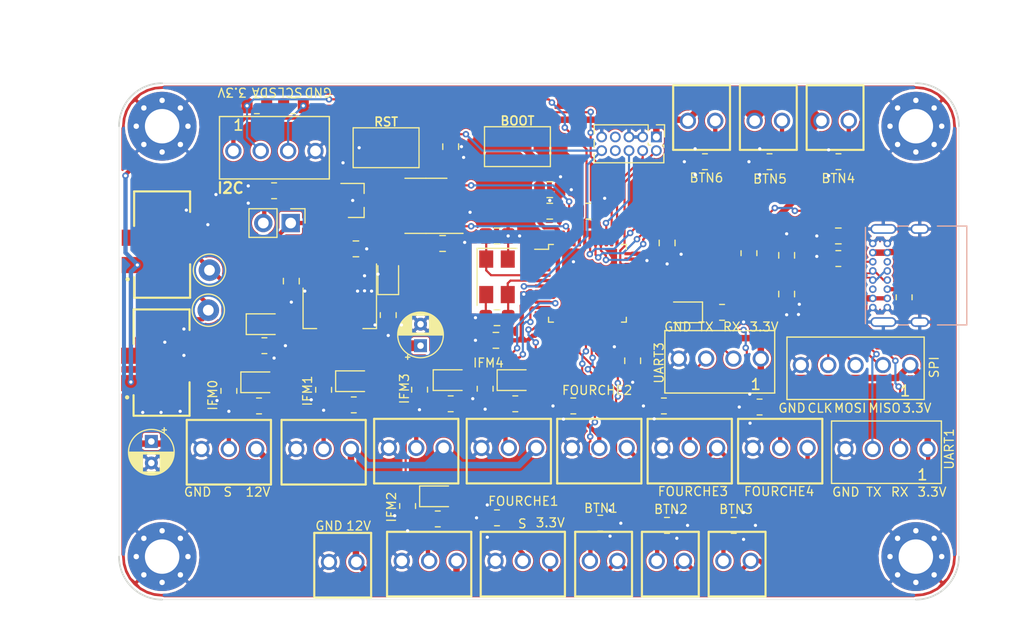
<source format=kicad_pcb>
(kicad_pcb (version 20171130) (host pcbnew "(5.1.6)-1")
  (layers (0 F.Cu signal) (31 B.Cu signal) (34 B.Paste user) (35 F.Paste user) (36 B.SilkS user) (37 F.SilkS user) (38 B.Mask user) (39 F.Mask user) (44 Edge.Cuts user))
  (net 0 "")
  (net 1 "Net-(C1-Pad1)")
  (net 2 GND)
  (net 3 "Net-(C2-Pad1)")
  (net 4 +5V)
  (net 5 /RST)
  (net 6 +3V3)
  (net 7 /USB+)
  (net 8 /USB-)
  (net 9 /CANH)
  (net 10 /CANL)
  (net 11 "Net-(D1-Pad1)")
  (net 12 "Net-(D2-Pad1)")
  (net 13 "Net-(D3-Pad1)")
  (net 14 "Net-(D3-Pad2)")
  (net 15 "Net-(D4-Pad2)")
  (net 16 /IFM0)
  (net 17 /IFM1)
  (net 18 "Net-(D6-Pad2)")
  (net 19 /IFM2)
  (net 20 "Net-(D7-Pad2)")
  (net 21 "Net-(D8-Pad2)")
  (net 22 /IFM3)
  (net 23 /IFM4)
  (net 24 "Net-(D9-Pad2)")
  (net 25 "Net-(J1-PadA5)")
  (net 26 "Net-(J1-PadA8)")
  (net 27 "Net-(J1-PadB8)")
  (net 28 "Net-(J1-PadB5)")
  (net 29 /RX)
  (net 30 /TX)
  (net 31 /SWDIO)
  (net 32 /SWO)
  (net 33 "Net-(J3-Pad7)")
  (net 34 "Net-(J3-Pad8)")
  (net 35 +12V)
  (net 36 /IO4)
  (net 37 /IO8)
  (net 38 "Net-(J9-Pad2)")
  (net 39 "Net-(J10-Pad2)")
  (net 40 /IO0)
  (net 41 /IO5)
  (net 42 /IO1)
  (net 43 /IO6)
  (net 44 /USART3_TX)
  (net 45 /USART3_RX)
  (net 46 /IO7)
  (net 47 /IO2)
  (net 48 "Net-(J18-Pad2)")
  (net 49 "Net-(J19-Pad2)")
  (net 50 /IO3)
  (net 51 /I2C_SDA)
  (net 52 /I2C_SCL)
  (net 53 "Net-(J22-Pad2)")
  (net 54 /SPI_SCK)
  (net 55 /MISO)
  (net 56 /MOSI)
  (net 57 "Net-(JP1-Pad2)")
  (net 58 /BOOT0)
  (net 59 "Net-(U1-Pad1)")
  (net 60 "Net-(U1-Pad2)")
  (net 61 "Net-(U1-Pad3)")
  (net 62 "Net-(U1-Pad4)")
  (net 63 /SWCLK)
  (net 64 /CANRX)
  (net 65 /CANTX)
  (net 66 "Net-(U3-Pad5)")
  (net 67 "Net-(U3-Pad8)")
  (net 68 /IO9)
  (net 69 /CLK)
  (module AREA_lib_Connector:690367290476 (layer F.Cu) (at 90.5 115.6 270)
    (fp_text reference J4 hide)
    (fp_text value CON_CAN)
    (pad 1 smd rect (at 1.905 2.25 270) (size 1.5 3) (layers F.Cu F.Paste F.Mask) (net 4 +5V))
    (pad 3 smd rect (at -0.635 2.25 270) (size 1.5 3) (layers F.Cu F.Paste F.Mask) (net 10 /CANL))
    (pad 2 smd rect (at 0.635 -2.25 270) (size 1.5 3) (layers F.Cu F.Paste F.Mask) (net 9 /CANH))
    (pad 4 smd rect (at -1.905 -2.25 270) (size 1.5 3) (layers F.Cu F.Paste F.Mask) (net 2 GND))
  )
  (module AREA_lib_Connector:Wuerth_2.54mm_4pins_61900411121 (layer F.Cu) (at 157.77 134.6)
    (fp_text reference J2 hide)
    (fp_text value CON_debug)
    (fp_text user 1 (at 3.34 2.4) (layer F.SilkS))
    (pad 4 thru_hole circle (at -3.81 0) (size 1.508 1.508) (drill 1) (layers *.Cu *.Mask) (net 2 GND))
    (pad 3 thru_hole circle (at -1.27 0) (size 1.508 1.508) (drill 1) (layers *.Cu *.Mask) (net 30 /TX))
    (pad 2 thru_hole circle (at 1.27 0) (size 1.508 1.508) (drill 1) (layers *.Cu *.Mask) (net 29 /RX))
    (pad 1 thru_hole circle (at 3.81 0) (size 1.508 1.508) (drill 1) (layers *.Cu *.Mask) (net 6 +3V3))
  )
  (module AREA_lib_Connector:Wuerth_2.54mm_3pins_61900311121 (layer F.Cu) (at 96.7 134.9)
    (fp_text reference J9 hide)
    (fp_text value IFM0)
    (pad 1 thru_hole circle (at 2.54 -0.3) (size 1.508 1.508) (drill 1) (layers *.Cu *.Mask) (net 35 +12V))
    (pad 2 thru_hole circle (at 0 -0.3) (size 1.508 1.508) (drill 1) (layers *.Cu *.Mask) (net 38 "Net-(J9-Pad2)"))
    (pad 3 thru_hole circle (at -2.54 -0.3) (size 1.508 1.508) (drill 1) (layers *.Cu *.Mask) (net 2 GND))
  )
  (module Connector_USB:USB_C_Receptacle_GCT_USB4085 (layer B.Cu) (at 156.5 115.5 270)
    (fp_text reference J1 hide)
    (fp_text value USB_C_Receptacle_USB2.0)
    (pad S1 thru_hole oval (at 7.3 -4.36 270) (size 0.9 1.7) (drill oval 0.6 1.4) (layers *.Cu *.Mask) (net 2 GND))
    (pad S1 thru_hole oval (at -1.35 -4.36 270) (size 0.9 1.7) (drill oval 0.6 1.4) (layers *.Cu *.Mask) (net 2 GND))
    (pad S1 thru_hole oval (at 7.3 -0.98 270) (size 0.9 2.4) (drill oval 0.6 2.1) (layers *.Cu *.Mask) (net 2 GND))
    (pad S1 thru_hole oval (at -1.35 -0.98 270) (size 0.9 2.4) (drill oval 0.6 2.1) (layers *.Cu *.Mask) (net 2 GND))
    (pad B6 thru_hole circle (at 3.4 -1.35 270) (size 0.7 0.7) (drill 0.4) (layers *.Cu *.Mask) (net 7 /USB+))
    (pad B1 thru_hole circle (at 5.95 -1.35 270) (size 0.7 0.7) (drill 0.4) (layers *.Cu *.Mask) (net 2 GND))
    (pad B4 thru_hole circle (at 5.1 -1.35 270) (size 0.7 0.7) (drill 0.4) (layers *.Cu *.Mask) (net 4 +5V))
    (pad B5 thru_hole circle (at 4.25 -1.35 270) (size 0.7 0.7) (drill 0.4) (layers *.Cu *.Mask) (net 28 "Net-(J1-PadB5)"))
    (pad B12 thru_hole circle (at 0 -1.35 270) (size 0.7 0.7) (drill 0.4) (layers *.Cu *.Mask) (net 2 GND))
    (pad B8 thru_hole circle (at 1.7 -1.35 270) (size 0.7 0.7) (drill 0.4) (layers *.Cu *.Mask) (net 27 "Net-(J1-PadB8)"))
    (pad B7 thru_hole circle (at 2.55 -1.35 270) (size 0.7 0.7) (drill 0.4) (layers *.Cu *.Mask) (net 8 /USB-))
    (pad B9 thru_hole circle (at 0.85 -1.35 270) (size 0.7 0.7) (drill 0.4) (layers *.Cu *.Mask) (net 4 +5V))
    (pad A12 thru_hole circle (at 5.95 0 270) (size 0.7 0.7) (drill 0.4) (layers *.Cu *.Mask) (net 2 GND))
    (pad A9 thru_hole circle (at 5.1 0 270) (size 0.7 0.7) (drill 0.4) (layers *.Cu *.Mask) (net 4 +5V))
    (pad A8 thru_hole circle (at 4.25 0 270) (size 0.7 0.7) (drill 0.4) (layers *.Cu *.Mask) (net 26 "Net-(J1-PadA8)"))
    (pad A7 thru_hole circle (at 3.4 0 270) (size 0.7 0.7) (drill 0.4) (layers *.Cu *.Mask) (net 8 /USB-))
    (pad A6 thru_hole circle (at 2.55 0 270) (size 0.7 0.7) (drill 0.4) (layers *.Cu *.Mask) (net 7 /USB+))
    (pad A5 thru_hole circle (at 1.7 0 270) (size 0.7 0.7) (drill 0.4) (layers *.Cu *.Mask) (net 25 "Net-(J1-PadA5)"))
    (pad A4 thru_hole circle (at 0.85 0 270) (size 0.7 0.7) (drill 0.4) (layers *.Cu *.Mask) (net 4 +5V))
    (pad A1 thru_hole circle (at 0 0 270) (size 0.7 0.7) (drill 0.4) (layers *.Cu *.Mask) (net 2 GND))
  )
  (module AREA_lib_Connector:Wuerth_2.54mm_3pins_61900311121 (layer F.Cu) (at 114.1 134.8)
    (fp_text reference J19 hide)
    (fp_text value IFM3)
    (pad 1 thru_hole circle (at 2.54 -0.3) (size 1.508 1.508) (drill 1) (layers *.Cu *.Mask) (net 35 +12V))
    (pad 2 thru_hole circle (at 0 -0.3) (size 1.508 1.508) (drill 1) (layers *.Cu *.Mask) (net 49 "Net-(J19-Pad2)"))
    (pad 3 thru_hole circle (at -2.54 -0.3) (size 1.508 1.508) (drill 1) (layers *.Cu *.Mask) (net 2 GND))
  )
  (module Resistor_SMD:R_0805_2012Metric (layer F.Cu) (at 140.9125 107.9 180)
    (fp_text reference R30 hide)
    (fp_text value 10K)
    (pad 2 smd roundrect (at 0.9125 0 180) (size 1.025 1.4) (layers F.Cu F.Paste F.Mask) (roundrect_rratio 0.243902) (net 2 GND))
    (pad 1 smd roundrect (at -0.9125 0 180) (size 1.025 1.4) (layers F.Cu F.Paste F.Mask) (roundrect_rratio 0.243902) (net 68 /IO9))
  )
  (module Resistor_SMD:R_0805_2012Metric (layer F.Cu) (at 102.7 102.7)
    (fp_text reference R29 hide)
    (fp_text value 4.7k)
    (pad 2 smd roundrect (at 0.9125 0) (size 1.025 1.4) (layers F.Cu F.Paste F.Mask) (roundrect_rratio 0.243902) (net 52 /I2C_SCL))
    (pad 1 smd roundrect (at -0.9125 0) (size 1.025 1.4) (layers F.Cu F.Paste F.Mask) (roundrect_rratio 0.243902) (net 6 +3V3))
  )
  (module Resistor_SMD:R_0805_2012Metric (layer F.Cu) (at 99.3 102.7 180)
    (fp_text reference R28 hide)
    (fp_text value 4.7k)
    (pad 2 smd roundrect (at 0.9125 0 180) (size 1.025 1.4) (layers F.Cu F.Paste F.Mask) (roundrect_rratio 0.243902) (net 51 /I2C_SDA))
    (pad 1 smd roundrect (at -0.9125 0 180) (size 1.025 1.4) (layers F.Cu F.Paste F.Mask) (roundrect_rratio 0.243902) (net 6 +3V3))
  )
  (module AREA_lib_Connector:Wuerth_2.54mm_2pins_61900211121 (layer F.Cu) (at 140.6 103.8 180)
    (fp_text reference J24 hide)
    (fp_text value BTN)
    (pad 1 thru_hole circle (at 1.27 -0.3 180) (size 1.508 1.508) (drill 1) (layers *.Cu *.Mask) (net 6 +3V3))
    (pad 2 thru_hole circle (at -1.27 -0.3 180) (size 1.508 1.508) (drill 1) (layers *.Cu *.Mask) (net 68 /IO9))
  )
  (module Capacitor_SMD:C_0805_2012Metric_Pad1.18x1.45mm_HandSolder (layer F.Cu) (at 121.6 114.8)
    (fp_text reference C1 hide)
    (fp_text value 18p)
    (pad 2 smd roundrect (at 1.0375 0) (size 1.175 1.45) (layers F.Cu F.Paste F.Mask) (roundrect_rratio 0.212766) (net 2 GND))
    (pad 1 smd roundrect (at -1.0375 0) (size 1.175 1.45) (layers F.Cu F.Paste F.Mask) (roundrect_rratio 0.212766) (net 1 "Net-(C1-Pad1)"))
  )
  (module Capacitor_SMD:C_0805_2012Metric_Pad1.18x1.45mm_HandSolder (layer F.Cu) (at 121.6 122.4 180)
    (fp_text reference C2 hide)
    (fp_text value 18p)
    (pad 2 smd roundrect (at 1.0375 0 180) (size 1.175 1.45) (layers F.Cu F.Paste F.Mask) (roundrect_rratio 0.212766) (net 2 GND))
    (pad 1 smd roundrect (at -1.0375 0 180) (size 1.175 1.45) (layers F.Cu F.Paste F.Mask) (roundrect_rratio 0.212766) (net 3 "Net-(C2-Pad1)"))
  )
  (module Capacitor_THT:CP_Radial_D4.0mm_P2.00mm (layer F.Cu) (at 89.5 133.9 270)
    (fp_text reference C3 hide)
    (fp_text value 10u)
    (pad 2 thru_hole circle (at 2 0 270) (size 1.2 1.2) (drill 0.6) (layers *.Cu *.Mask) (net 2 GND))
    (pad 1 thru_hole rect (at 0 0 270) (size 1.2 1.2) (drill 0.6) (layers *.Cu *.Mask) (net 4 +5V))
  )
  (module Capacitor_SMD:C_0805_2012Metric (layer F.Cu) (at 117.3 106.5 270)
    (fp_text reference C4 hide)
    (fp_text value 0.1u)
    (pad 2 smd roundrect (at 0.95 0 270) (size 1 1.45) (layers F.Cu F.Paste F.Mask) (net 2 GND))
    (pad 1 smd roundrect (at -0.95 0 270) (size 1 1.45) (layers F.Cu F.Paste F.Mask) (net 5 /RST))
  )
  (module Capacitor_THT:CP_Radial_D4.0mm_P2.00mm (layer F.Cu) (at 114.5 125 90)
    (fp_text reference C5 hide)
    (fp_text value 10u)
    (pad 2 thru_hole circle (at 2 0 90) (size 1.2 1.2) (drill 0.6) (layers *.Cu *.Mask) (net 2 GND))
    (pad 1 thru_hole rect (at 0 0 90) (size 1.2 1.2) (drill 0.6) (layers *.Cu *.Mask) (net 6 +3V3))
  )
  (module Capacitor_SMD:C_0805_2012Metric (layer F.Cu) (at 102.5 119 270)
    (fp_text reference C6 hide)
    (fp_text value 10u)
    (pad 2 smd roundrect (at 0.95 0 270) (size 1 1.45) (layers F.Cu F.Paste F.Mask) (net 2 GND))
    (pad 1 smd roundrect (at -0.95 0 270) (size 1 1.45) (layers F.Cu F.Paste F.Mask) (net 4 +5V))
  )
  (module Capacitor_SMD:C_0805_2012Metric (layer F.Cu) (at 137.4 115.45 270)
    (fp_text reference C7 hide)
    (fp_text value 100n)
    (pad 2 smd roundrect (at 0.95 0 270) (size 1 1.45) (layers F.Cu F.Paste F.Mask) (net 2 GND))
    (pad 1 smd roundrect (at -0.95 0 270) (size 1 1.45) (layers F.Cu F.Paste F.Mask) (net 6 +3V3))
  )
  (module Capacitor_SMD:C_0805_2012Metric (layer F.Cu) (at 108.5 116)
    (fp_text reference C8 hide)
    (fp_text value 10u)
    (pad 2 smd roundrect (at 0.95 0) (size 1 1.45) (layers F.Cu F.Paste F.Mask) (net 2 GND))
    (pad 1 smd roundrect (at -0.95 0) (size 1 1.45) (layers F.Cu F.Paste F.Mask) (net 6 +3V3))
  )
  (module Capacitor_SMD:C_0805_2012Metric (layer F.Cu) (at 126.5 112.5)
    (fp_text reference C9 hide)
    (fp_text value 100n)
    (pad 2 smd roundrect (at 0.95 0) (size 1 1.45) (layers F.Cu F.Paste F.Mask) (net 2 GND))
    (pad 1 smd roundrect (at -0.95 0) (size 1 1.45) (layers F.Cu F.Paste F.Mask) (net 6 +3V3))
  )
  (module Capacitor_SMD:C_0805_2012Metric (layer F.Cu) (at 121.5 124.5 180)
    (fp_text reference C10 hide)
    (fp_text value 100n)
    (pad 2 smd roundrect (at 0.95 0 180) (size 1 1.45) (layers F.Cu F.Paste F.Mask) (net 2 GND))
    (pad 1 smd roundrect (at -0.95 0 180) (size 1 1.45) (layers F.Cu F.Paste F.Mask) (net 6 +3V3))
  )
  (module Capacitor_SMD:C_0805_2012Metric (layer F.Cu) (at 134.2 126.4 270)
    (fp_text reference C11 hide)
    (fp_text value 10u)
    (pad 2 smd roundrect (at 0.95 0 270) (size 1 1.45) (layers F.Cu F.Paste F.Mask) (net 2 GND))
    (pad 1 smd roundrect (at -0.95 0 270) (size 1 1.45) (layers F.Cu F.Paste F.Mask) (net 6 +3V3))
  )
  (module Capacitor_SMD:C_0805_2012Metric (layer F.Cu) (at 126.5 110.5)
    (fp_text reference C12 hide)
    (fp_text value 100n)
    (pad 2 smd roundrect (at 0.95 0) (size 1 1.45) (layers F.Cu F.Paste F.Mask) (net 2 GND))
    (pad 1 smd roundrect (at -0.95 0) (size 1 1.45) (layers F.Cu F.Paste F.Mask) (net 6 +3V3))
  )
  (module Capacitor_SMD:C_0805_2012Metric (layer F.Cu) (at 148.5 116.6 90)
    (fp_text reference C13 hide)
    (fp_text value 47p)
    (pad 2 smd roundrect (at 0.95 0 90) (size 1 1.45) (layers F.Cu F.Paste F.Mask) (net 2 GND))
    (pad 1 smd roundrect (at -0.95 0 90) (size 1 1.45) (layers F.Cu F.Paste F.Mask) (net 7 /USB+))
  )
  (module Capacitor_SMD:C_0805_2012Metric (layer F.Cu) (at 148.5 120.2 270)
    (fp_text reference C14 hide)
    (fp_text value 47p)
    (pad 2 smd roundrect (at 0.95 0 270) (size 1 1.45) (layers F.Cu F.Paste F.Mask) (net 2 GND))
    (pad 1 smd roundrect (at -0.95 0 270) (size 1 1.45) (layers F.Cu F.Paste F.Mask) (net 8 /USB-))
  )
  (module Capacitor_SMD:C_0805_2012Metric (layer F.Cu) (at 153.3 114.8 180)
    (fp_text reference C15 hide)
    (fp_text value 10u)
    (pad 2 smd roundrect (at 0.95 0 180) (size 1 1.45) (layers F.Cu F.Paste F.Mask) (net 2 GND))
    (pad 1 smd roundrect (at -0.95 0 180) (size 1 1.45) (layers F.Cu F.Paste F.Mask) (net 4 +5V))
  )
  (module Capacitor_SMD:C_0805_2012Metric (layer F.Cu) (at 116.55 115.5)
    (fp_text reference C16 hide)
    (fp_text value 100n)
    (pad 2 smd roundrect (at 0.95 0) (size 1 1.45) (layers F.Cu F.Paste F.Mask) (net 2 GND))
    (pad 1 smd roundrect (at -0.95 0) (size 1 1.45) (layers F.Cu F.Paste F.Mask) (net 6 +3V3))
  )
  (module TestPoint:TestPoint_Loop_D1.80mm_Drill1.0mm_Beaded (layer F.Cu) (at 94.9 117.98 180)
    (fp_text reference CANH1 hide)
    (fp_text value TestPoint)
    (pad 1 thru_hole circle (at 0 0 180) (size 2 2) (drill 1) (layers *.Cu *.Mask) (net 9 /CANH))
  )
  (module TestPoint:TestPoint_Loop_D1.80mm_Drill1.0mm_Beaded (layer F.Cu) (at 94.79 121.7 180)
    (fp_text reference CANL1 hide)
    (fp_text value TestPoint)
    (pad 1 thru_hole circle (at 0 0 180) (size 2 2) (drill 1) (layers *.Cu *.Mask) (net 10 /CANL))
  )
  (module LED_SMD:LED_0805_2012Metric (layer F.Cu) (at 111.5 118.5625 90)
    (fp_text reference D1 hide)
    (fp_text value LED_33V)
    (pad 2 smd roundrect (at 0.9375 0 90) (size 0.975 1.4) (layers F.Cu F.Paste F.Mask) (net 6 +3V3))
    (pad 1 smd roundrect (at -0.9375 0 90) (size 0.975 1.4) (layers F.Cu F.Paste F.Mask) (net 11 "Net-(D1-Pad1)"))
  )
  (module LED_SMD:LED_0805_2012Metric (layer F.Cu) (at 100 123)
    (fp_text reference D2 hide)
    (fp_text value LED_5V)
    (pad 2 smd roundrect (at 0.9375 0) (size 0.975 1.4) (layers F.Cu F.Paste F.Mask) (net 4 +5V))
    (pad 1 smd roundrect (at -0.9375 0) (size 0.975 1.4) (layers F.Cu F.Paste F.Mask) (net 12 "Net-(D2-Pad1)"))
  )
  (module LED_SMD:LED_0805_2012Metric (layer F.Cu) (at 139 121.9 180)
    (fp_text reference D3 hide)
    (fp_text value LED_DEBUG)
    (pad 2 smd roundrect (at 0.9375 0 180) (size 0.975 1.4) (layers F.Cu F.Paste F.Mask) (net 14 "Net-(D3-Pad2)"))
    (pad 1 smd roundrect (at -0.9375 0 180) (size 0.975 1.4) (layers F.Cu F.Paste F.Mask) (net 13 "Net-(D3-Pad1)"))
  )
  (module LED_SMD:LED_0805_2012Metric (layer F.Cu) (at 99.5 128.4)
    (fp_text reference D4 hide)
    (fp_text value IFM0)
    (pad 2 smd roundrect (at 0.9375 0) (size 0.975 1.4) (layers F.Cu F.Paste F.Mask) (net 15 "Net-(D4-Pad2)"))
    (pad 1 smd roundrect (at -0.9375 0) (size 0.975 1.4) (layers F.Cu F.Paste F.Mask) (net 16 /IFM0))
  )
  (module Package_TO_SOT_SMD:SOT-23 (layer F.Cu) (at 108.5 111.5)
    (fp_text reference D5 hide)
    (fp_text value TVS)
    (pad 3 smd rect (at 1 0) (size 0.9 0.8) (layers F.Cu F.Paste F.Mask) (net 2 GND))
    (pad 2 smd rect (at -1 0.95) (size 0.9 0.8) (layers F.Cu F.Paste F.Mask) (net 9 /CANH))
    (pad 1 smd rect (at -1 -0.95) (size 0.9 0.8) (layers F.Cu F.Paste F.Mask) (net 10 /CANL))
  )
  (module LED_SMD:LED_0805_2012Metric (layer F.Cu) (at 108.3 128.3)
    (fp_text reference D6 hide)
    (fp_text value IFM1)
    (pad 2 smd roundrect (at 0.9375 0) (size 0.975 1.4) (layers F.Cu F.Paste F.Mask) (net 18 "Net-(D6-Pad2)"))
    (pad 1 smd roundrect (at -0.9375 0) (size 0.975 1.4) (layers F.Cu F.Paste F.Mask) (net 17 /IFM1))
  )
  (module LED_SMD:LED_0805_2012Metric (layer F.Cu) (at 116.1 139)
    (fp_text reference D7 hide)
    (fp_text value IFM2)
    (pad 2 smd roundrect (at 0.9375 0) (size 0.975 1.4) (layers F.Cu F.Paste F.Mask) (net 20 "Net-(D7-Pad2)"))
    (pad 1 smd roundrect (at -0.9375 0) (size 0.975 1.4) (layers F.Cu F.Paste F.Mask) (net 19 /IFM2))
  )
  (module LED_SMD:LED_0805_2012Metric (layer F.Cu) (at 117.3625 128.2)
    (fp_text reference D8 hide)
    (fp_text value IFM3)
    (pad 2 smd roundrect (at 0.9375 0) (size 0.975 1.4) (layers F.Cu F.Paste F.Mask) (net 21 "Net-(D8-Pad2)"))
    (pad 1 smd roundrect (at -0.9375 0) (size 0.975 1.4) (layers F.Cu F.Paste F.Mask) (net 22 /IFM3))
  )
  (module LED_SMD:LED_0805_2012Metric (layer F.Cu) (at 123.3 128.2)
    (fp_text reference D9 hide)
    (fp_text value IFM4)
    (pad 2 smd roundrect (at 0.9375 0) (size 0.975 1.4) (layers F.Cu F.Paste F.Mask) (net 24 "Net-(D9-Pad2)"))
    (pad 1 smd roundrect (at -0.9375 0) (size 0.975 1.4) (layers F.Cu F.Paste F.Mask) (net 23 /IFM4))
  )
  (module MountingHole:MountingHole_3.2mm_M3_Pad_Via (layer F.Cu) (at 160.5 104.6)
    (fp_text reference H1 hide)
    (fp_text value MountingHole_Pad)
    (pad 1 thru_hole circle (at 1.697056 -1.697056) (size 0.8 0.8) (drill 0.5) (layers *.Cu *.Mask) (net 2 GND))
    (pad 1 thru_hole circle (at 0 -2.4) (size 0.8 0.8) (drill 0.5) (layers *.Cu *.Mask) (net 2 GND))
    (pad 1 thru_hole circle (at -1.697056 -1.697056) (size 0.8 0.8) (drill 0.5) (layers *.Cu *.Mask) (net 2 GND))
    (pad 1 thru_hole circle (at -2.4 0) (size 0.8 0.8) (drill 0.5) (layers *.Cu *.Mask) (net 2 GND))
    (pad 1 thru_hole circle (at -1.697056 1.697056) (size 0.8 0.8) (drill 0.5) (layers *.Cu *.Mask) (net 2 GND))
    (pad 1 thru_hole circle (at 0 2.4) (size 0.8 0.8) (drill 0.5) (layers *.Cu *.Mask) (net 2 GND))
    (pad 1 thru_hole circle (at 1.697056 1.697056) (size 0.8 0.8) (drill 0.5) (layers *.Cu *.Mask) (net 2 GND))
    (pad 1 thru_hole circle (at 2.4 0) (size 0.8 0.8) (drill 0.5) (layers *.Cu *.Mask) (net 2 GND))
    (pad 1 thru_hole circle (at 0 0) (size 6.4 6.4) (drill 3.2) (layers *.Cu *.Mask) (net 2 GND))
  )
  (module MountingHole:MountingHole_3.2mm_M3_Pad_Via (layer F.Cu) (at 90.5 104.6)
    (fp_text reference H2 hide)
    (fp_text value MountingHole_Pad)
    (pad 1 thru_hole circle (at 1.697056 -1.697056) (size 0.8 0.8) (drill 0.5) (layers *.Cu *.Mask) (net 2 GND))
    (pad 1 thru_hole circle (at 0 -2.4) (size 0.8 0.8) (drill 0.5) (layers *.Cu *.Mask) (net 2 GND))
    (pad 1 thru_hole circle (at -1.697056 -1.697056) (size 0.8 0.8) (drill 0.5) (layers *.Cu *.Mask) (net 2 GND))
    (pad 1 thru_hole circle (at -2.4 0) (size 0.8 0.8) (drill 0.5) (layers *.Cu *.Mask) (net 2 GND))
    (pad 1 thru_hole circle (at -1.697056 1.697056) (size 0.8 0.8) (drill 0.5) (layers *.Cu *.Mask) (net 2 GND))
    (pad 1 thru_hole circle (at 0 2.4) (size 0.8 0.8) (drill 0.5) (layers *.Cu *.Mask) (net 2 GND))
    (pad 1 thru_hole circle (at 1.697056 1.697056) (size 0.8 0.8) (drill 0.5) (layers *.Cu *.Mask) (net 2 GND))
    (pad 1 thru_hole circle (at 2.4 0) (size 0.8 0.8) (drill 0.5) (layers *.Cu *.Mask) (net 2 GND))
    (pad 1 thru_hole circle (at 0 0) (size 6.4 6.4) (drill 3.2) (layers *.Cu *.Mask) (net 2 GND))
  )
  (module MountingHole:MountingHole_3.2mm_M3_Pad_Via (layer F.Cu) (at 160.5 144.6)
    (fp_text reference H3 hide)
    (fp_text value MountingHole_Pad)
    (pad 1 thru_hole circle (at 1.697056 -1.697056) (size 0.8 0.8) (drill 0.5) (layers *.Cu *.Mask) (net 2 GND))
    (pad 1 thru_hole circle (at 0 -2.4) (size 0.8 0.8) (drill 0.5) (layers *.Cu *.Mask) (net 2 GND))
    (pad 1 thru_hole circle (at -1.697056 -1.697056) (size 0.8 0.8) (drill 0.5) (layers *.Cu *.Mask) (net 2 GND))
    (pad 1 thru_hole circle (at -2.4 0) (size 0.8 0.8) (drill 0.5) (layers *.Cu *.Mask) (net 2 GND))
    (pad 1 thru_hole circle (at -1.697056 1.697056) (size 0.8 0.8) (drill 0.5) (layers *.Cu *.Mask) (net 2 GND))
    (pad 1 thru_hole circle (at 0 2.4) (size 0.8 0.8) (drill 0.5) (layers *.Cu *.Mask) (net 2 GND))
    (pad 1 thru_hole circle (at 1.697056 1.697056) (size 0.8 0.8) (drill 0.5) (layers *.Cu *.Mask) (net 2 GND))
    (pad 1 thru_hole circle (at 2.4 0) (size 0.8 0.8) (drill 0.5) (layers *.Cu *.Mask) (net 2 GND))
    (pad 1 thru_hole circle (at 0 0) (size 6.4 6.4) (drill 3.2) (layers *.Cu *.Mask) (net 2 GND))
  )
  (module MountingHole:MountingHole_3.2mm_M3_Pad_Via (layer F.Cu) (at 90.5 144.6)
    (fp_text reference H4 hide)
    (fp_text value MountingHole_Pad)
    (pad 1 thru_hole circle (at 1.697056 -1.697056) (size 0.8 0.8) (drill 0.5) (layers *.Cu *.Mask) (net 2 GND))
    (pad 1 thru_hole circle (at 0 -2.4) (size 0.8 0.8) (drill 0.5) (layers *.Cu *.Mask) (net 2 GND))
    (pad 1 thru_hole circle (at -1.697056 -1.697056) (size 0.8 0.8) (drill 0.5) (layers *.Cu *.Mask) (net 2 GND))
    (pad 1 thru_hole circle (at -2.4 0) (size 0.8 0.8) (drill 0.5) (layers *.Cu *.Mask) (net 2 GND))
    (pad 1 thru_hole circle (at -1.697056 1.697056) (size 0.8 0.8) (drill 0.5) (layers *.Cu *.Mask) (net 2 GND))
    (pad 1 thru_hole circle (at 0 2.4) (size 0.8 0.8) (drill 0.5) (layers *.Cu *.Mask) (net 2 GND))
    (pad 1 thru_hole circle (at 1.697056 1.697056) (size 0.8 0.8) (drill 0.5) (layers *.Cu *.Mask) (net 2 GND))
    (pad 1 thru_hole circle (at 2.4 0) (size 0.8 0.8) (drill 0.5) (layers *.Cu *.Mask) (net 2 GND))
    (pad 1 thru_hole circle (at 0 0) (size 6.4 6.4) (drill 3.2) (layers *.Cu *.Mask) (net 2 GND))
  )
  (module Connector_PinHeader_1.27mm:PinHeader_2x05_P1.27mm_Vertical (layer F.Cu) (at 136.4 105.6 270)
    (fp_text reference J3 hide)
    (fp_text value Conn_ARM_JTAG_SWD_10)
    (pad 10 thru_hole oval (at 1.27 5.08 270) (size 1 1) (drill 0.65) (layers *.Cu *.Mask) (net 5 /RST))
    (pad 9 thru_hole oval (at 0 5.08 270) (size 1 1) (drill 0.65) (layers *.Cu *.Mask) (net 2 GND))
    (pad 8 thru_hole oval (at 1.27 3.81 270) (size 1 1) (drill 0.65) (layers *.Cu *.Mask) (net 34 "Net-(J3-Pad8)"))
    (pad 7 thru_hole oval (at 0 3.81 270) (size 1 1) (drill 0.65) (layers *.Cu *.Mask) (net 33 "Net-(J3-Pad7)"))
    (pad 6 thru_hole oval (at 1.27 2.54 270) (size 1 1) (drill 0.65) (layers *.Cu *.Mask) (net 32 /SWO))
    (pad 5 thru_hole oval (at 0 2.54 270) (size 1 1) (drill 0.65) (layers *.Cu *.Mask) (net 2 GND))
    (pad 4 thru_hole oval (at 1.27 1.27 270) (size 1 1) (drill 0.65) (layers *.Cu *.Mask) (net 69 /CLK))
    (pad 3 thru_hole oval (at 0 1.27 270) (size 1 1) (drill 0.65) (layers *.Cu *.Mask) (net 2 GND))
    (pad 2 thru_hole oval (at 1.27 0 270) (size 1 1) (drill 0.65) (layers *.Cu *.Mask) (net 31 /SWDIO))
    (pad 1 thru_hole rect (at 0 0 270) (size 1 1) (drill 0.65) (layers *.Cu *.Mask) (net 6 +3V3))
  )
  (module AREA_lib_Connector:Wuerth_2.54mm_2pins_61900211121 (layer F.Cu) (at 107.27 145.4)
    (fp_text reference J6 hide)
    (fp_text value 12V)
    (pad 1 thru_hole circle (at 1.27 -0.3) (size 1.508 1.508) (drill 1) (layers *.Cu *.Mask) (net 35 +12V))
    (pad 2 thru_hole circle (at -1.27 -0.3) (size 1.508 1.508) (drill 1) (layers *.Cu *.Mask) (net 2 GND))
  )
  (module AREA_lib_Connector:Wuerth_2.54mm_2pins_61900211121 (layer F.Cu) (at 131.5 145.3)
    (fp_text reference J7 hide)
    (fp_text value BTN)
    (pad 1 thru_hole circle (at 1.27 -0.3) (size 1.508 1.508) (drill 1) (layers *.Cu *.Mask) (net 6 +3V3))
    (pad 2 thru_hole circle (at -1.27 -0.3) (size 1.508 1.508) (drill 1) (layers *.Cu *.Mask) (net 36 /IO4))
  )
  (module AREA_lib_Connector:Wuerth_2.54mm_2pins_61900211121 (layer F.Cu) (at 146.8 103.8 180)
    (fp_text reference J8 hide)
    (fp_text value BTN)
    (pad 1 thru_hole circle (at 1.27 -0.3 180) (size 1.508 1.508) (drill 1) (layers *.Cu *.Mask) (net 6 +3V3))
    (pad 2 thru_hole circle (at -1.27 -0.3 180) (size 1.508 1.508) (drill 1) (layers *.Cu *.Mask) (net 37 /IO8))
  )
  (module AREA_lib_Connector:Wuerth_2.54mm_3pins_61900311121 (layer F.Cu) (at 105.5 134.9)
    (fp_text reference J10 hide)
    (fp_text value IFM1)
    (pad 1 thru_hole circle (at 2.54 -0.3) (size 1.508 1.508) (drill 1) (layers *.Cu *.Mask) (net 35 +12V))
    (pad 2 thru_hole circle (at 0 -0.3) (size 1.508 1.508) (drill 1) (layers *.Cu *.Mask) (net 39 "Net-(J10-Pad2)"))
    (pad 3 thru_hole circle (at -2.54 -0.3) (size 1.508 1.508) (drill 1) (layers *.Cu *.Mask) (net 2 GND))
  )
  (module AREA_lib_Connector:Wuerth_2.54mm_3pins_61900311121 (layer F.Cu) (at 124 145.3)
    (fp_text reference J11 hide)
    (fp_text value FOURCHE)
    (pad 1 thru_hole circle (at 2.54 -0.3) (size 1.508 1.508) (drill 1) (layers *.Cu *.Mask) (net 6 +3V3))
    (pad 2 thru_hole circle (at 0 -0.3) (size 1.508 1.508) (drill 1) (layers *.Cu *.Mask) (net 40 /IO0))
    (pad 3 thru_hole circle (at -2.54 -0.3) (size 1.508 1.508) (drill 1) (layers *.Cu *.Mask) (net 2 GND))
  )
  (module AREA_lib_Connector:Wuerth_2.54mm_2pins_61900211121 (layer F.Cu) (at 137.7 145.3)
    (fp_text reference J12 hide)
    (fp_text value BTN)
    (pad 1 thru_hole circle (at 1.27 -0.3) (size 1.508 1.508) (drill 1) (layers *.Cu *.Mask) (net 6 +3V3))
    (pad 2 thru_hole circle (at -1.27 -0.3) (size 1.508 1.508) (drill 1) (layers *.Cu *.Mask) (net 41 /IO5))
  )
  (module AREA_lib_Connector:Wuerth_2.54mm_3pins_61900311121 (layer F.Cu) (at 131.1 134.8)
    (fp_text reference J13 hide)
    (fp_text value FOURCHE)
    (pad 1 thru_hole circle (at 2.54 -0.3) (size 1.508 1.508) (drill 1) (layers *.Cu *.Mask) (net 6 +3V3))
    (pad 2 thru_hole circle (at 0 -0.3) (size 1.508 1.508) (drill 1) (layers *.Cu *.Mask) (net 42 /IO1))
    (pad 3 thru_hole circle (at -2.54 -0.3) (size 1.508 1.508) (drill 1) (layers *.Cu *.Mask) (net 2 GND))
  )
  (module AREA_lib_Connector:Wuerth_2.54mm_2pins_61900211121 (layer F.Cu) (at 143.9 145.3)
    (fp_text reference J14 hide)
    (fp_text value BTN)
    (pad 1 thru_hole circle (at 1.27 -0.3) (size 1.508 1.508) (drill 1) (layers *.Cu *.Mask) (net 6 +3V3))
    (pad 2 thru_hole circle (at -1.27 -0.3) (size 1.508 1.508) (drill 1) (layers *.Cu *.Mask) (net 43 /IO6))
  )
  (module AREA_lib_Connector:Wuerth_2.54mm_2pins_61900211121 (layer F.Cu) (at 153 103.8 180)
    (fp_text reference J16 hide)
    (fp_text value BTN)
    (pad 1 thru_hole circle (at 1.27 -0.3 180) (size 1.508 1.508) (drill 1) (layers *.Cu *.Mask) (net 6 +3V3))
    (pad 2 thru_hole circle (at -1.27 -0.3 180) (size 1.508 1.508) (drill 1) (layers *.Cu *.Mask) (net 46 /IO7))
  )
  (module AREA_lib_Connector:Wuerth_2.54mm_3pins_61900311121 (layer F.Cu) (at 139.5 134.8)
    (fp_text reference J17 hide)
    (fp_text value FOURCHE)
    (pad 1 thru_hole circle (at 2.54 -0.3) (size 1.508 1.508) (drill 1) (layers *.Cu *.Mask) (net 6 +3V3))
    (pad 2 thru_hole circle (at 0 -0.3) (size 1.508 1.508) (drill 1) (layers *.Cu *.Mask) (net 47 /IO2))
    (pad 3 thru_hole circle (at -2.54 -0.3) (size 1.508 1.508) (drill 1) (layers *.Cu *.Mask) (net 2 GND))
  )
  (module AREA_lib_Connector:Wuerth_2.54mm_3pins_61900311121 (layer F.Cu) (at 115.3 145.3)
    (fp_text reference J18 hide)
    (fp_text value IFM2)
    (pad 1 thru_hole circle (at 2.54 -0.3) (size 1.508 1.508) (drill 1) (layers *.Cu *.Mask) (net 35 +12V))
    (pad 2 thru_hole circle (at 0 -0.3) (size 1.508 1.508) (drill 1) (layers *.Cu *.Mask) (net 48 "Net-(J18-Pad2)"))
    (pad 3 thru_hole circle (at -2.54 -0.3) (size 1.508 1.508) (drill 1) (layers *.Cu *.Mask) (net 2 GND))
  )
  (module AREA_lib_Connector:Wuerth_2.54mm_3pins_61900311121 (layer F.Cu) (at 147.9 134.8)
    (fp_text reference J20 hide)
    (fp_text value FOURCHE)
    (pad 1 thru_hole circle (at 2.54 -0.3) (size 1.508 1.508) (drill 1) (layers *.Cu *.Mask) (net 6 +3V3))
    (pad 2 thru_hole circle (at 0 -0.3) (size 1.508 1.508) (drill 1) (layers *.Cu *.Mask) (net 50 /IO3))
    (pad 3 thru_hole circle (at -2.54 -0.3) (size 1.508 1.508) (drill 1) (layers *.Cu *.Mask) (net 2 GND))
  )
  (module AREA_lib_Connector:Wuerth_2.54mm_3pins_61900311121 (layer F.Cu) (at 122.7 134.8)
    (fp_text reference J22 hide)
    (fp_text value IFM4)
    (pad 1 thru_hole circle (at 2.54 -0.3) (size 1.508 1.508) (drill 1) (layers *.Cu *.Mask) (net 35 +12V))
    (pad 2 thru_hole circle (at 0 -0.3) (size 1.508 1.508) (drill 1) (layers *.Cu *.Mask) (net 53 "Net-(J22-Pad2)"))
    (pad 3 thru_hole circle (at -2.54 -0.3) (size 1.508 1.508) (drill 1) (layers *.Cu *.Mask) (net 2 GND))
  )
  (module Connector_PinHeader_2.54mm:PinHeader_1x02_P2.54mm_Vertical (layer F.Cu) (at 102.44 113.6 270)
    (fp_text reference 120 hide)
    (fp_text value JUMPER)
    (pad 2 thru_hole oval (at 0 2.54 270) (size 1.7 1.7) (drill 1) (layers *.Cu *.Mask) (net 57 "Net-(JP1-Pad2)"))
    (pad 1 thru_hole rect (at 0 0 270) (size 1.7 1.7) (drill 1) (layers *.Cu *.Mask) (net 9 /CANH))
  )
  (module Resistor_SMD:R_0805_2012Metric (layer F.Cu) (at 111.5 122.154999 90)
    (fp_text reference R1 hide)
    (fp_text value 270)
    (pad 2 smd roundrect (at 0.9125 0 90) (size 1.025 1.4) (layers F.Cu F.Paste F.Mask) (roundrect_rratio 0.243902) (net 11 "Net-(D1-Pad1)"))
    (pad 1 smd roundrect (at -0.9125 0 90) (size 1.025 1.4) (layers F.Cu F.Paste F.Mask) (roundrect_rratio 0.243902) (net 2 GND))
  )
  (module Resistor_SMD:R_0805_2012Metric (layer F.Cu) (at 130.0875 112.5 180)
    (fp_text reference R2 hide)
    (fp_text value 10k)
    (pad 2 smd roundrect (at 0.9125 0 180) (size 1.025 1.4) (layers F.Cu F.Paste F.Mask) (roundrect_rratio 0.243902) (net 58 /BOOT0))
    (pad 1 smd roundrect (at -0.9125 0 180) (size 1.025 1.4) (layers F.Cu F.Paste F.Mask) (roundrect_rratio 0.243902) (net 2 GND))
  )
  (module Resistor_SMD:R_0805_2012Metric (layer F.Cu) (at 100 125 180)
    (fp_text reference R3 hide)
    (fp_text value 270)
    (pad 2 smd roundrect (at 0.9125 0 180) (size 1.025 1.4) (layers F.Cu F.Paste F.Mask) (roundrect_rratio 0.243902) (net 12 "Net-(D2-Pad1)"))
    (pad 1 smd roundrect (at -0.9125 0 180) (size 1.025 1.4) (layers F.Cu F.Paste F.Mask) (roundrect_rratio 0.243902) (net 2 GND))
  )
  (module Resistor_SMD:R_0805_2012Metric (layer F.Cu) (at 145 116.4 270)
    (fp_text reference R4 hide)
    (fp_text value 1.5k)
    (pad 2 smd roundrect (at 0.9125 0 270) (size 1.025 1.4) (layers F.Cu F.Paste F.Mask) (roundrect_rratio 0.243902) (net 7 /USB+))
    (pad 1 smd roundrect (at -0.9125 0 270) (size 1.025 1.4) (layers F.Cu F.Paste F.Mask) (roundrect_rratio 0.243902) (net 6 +3V3))
  )
  (module Resistor_SMD:R_0805_2012Metric (layer F.Cu) (at 131.1875 141.5)
    (fp_text reference R5 hide)
    (fp_text value 10K)
    (pad 2 smd roundrect (at 0.9125 0) (size 1.025 1.4) (layers F.Cu F.Paste F.Mask) (roundrect_rratio 0.243902) (net 2 GND))
    (pad 1 smd roundrect (at -0.9125 0) (size 1.025 1.4) (layers F.Cu F.Paste F.Mask) (roundrect_rratio 0.243902) (net 36 /IO4))
  )
  (module Resistor_SMD:R_0805_2012Metric (layer F.Cu) (at 146.9125 107.9 180)
    (fp_text reference R6 hide)
    (fp_text value 10K)
    (pad 2 smd roundrect (at 0.9125 0 180) (size 1.025 1.4) (layers F.Cu F.Paste F.Mask) (roundrect_rratio 0.243902) (net 2 GND))
    (pad 1 smd roundrect (at -0.9125 0 180) (size 1.025 1.4) (layers F.Cu F.Paste F.Mask) (roundrect_rratio 0.243902) (net 37 /IO8))
  )
  (module Resistor_SMD:R_0805_2012Metric (layer F.Cu) (at 99.5 130.6)
    (fp_text reference R7 hide)
    (fp_text value 1K)
    (pad 2 smd roundrect (at 0.9125 0) (size 1.025 1.4) (layers F.Cu F.Paste F.Mask) (roundrect_rratio 0.243902) (net 15 "Net-(D4-Pad2)"))
    (pad 1 smd roundrect (at -0.9125 0) (size 1.025 1.4) (layers F.Cu F.Paste F.Mask) (roundrect_rratio 0.243902) (net 38 "Net-(J9-Pad2)"))
  )
  (module Resistor_SMD:R_0805_2012Metric (layer F.Cu) (at 142.5 121.9 180)
    (fp_text reference R8 hide)
    (fp_text value 270)
    (pad 2 smd roundrect (at 0.9125 0 180) (size 1.025 1.4) (layers F.Cu F.Paste F.Mask) (roundrect_rratio 0.243902) (net 13 "Net-(D3-Pad1)"))
    (pad 1 smd roundrect (at -0.9125 0 180) (size 1.025 1.4) (layers F.Cu F.Paste F.Mask) (roundrect_rratio 0.243902) (net 2 GND))
  )
  (module Resistor_SMD:R_0805_2012Metric (layer F.Cu) (at 108.3 130.5)
    (fp_text reference R9 hide)
    (fp_text value 1K)
    (pad 2 smd roundrect (at 0.9125 0) (size 1.025 1.4) (layers F.Cu F.Paste F.Mask) (roundrect_rratio 0.243902) (net 18 "Net-(D6-Pad2)"))
    (pad 1 smd roundrect (at -0.9125 0) (size 1.025 1.4) (layers F.Cu F.Paste F.Mask) (roundrect_rratio 0.243902) (net 39 "Net-(J10-Pad2)"))
  )
  (module Resistor_SMD:R_0805_2012Metric (layer F.Cu) (at 100.9 110.6 180)
    (fp_text reference R10 hide)
    (fp_text value 120)
    (pad 2 smd roundrect (at 0.9125 0 180) (size 1.025 1.4) (layers F.Cu F.Paste F.Mask) (roundrect_rratio 0.243902) (net 57 "Net-(JP1-Pad2)"))
    (pad 1 smd roundrect (at -0.9125 0 180) (size 1.025 1.4) (layers F.Cu F.Paste F.Mask) (roundrect_rratio 0.243902) (net 10 /CANL))
  )
  (module Resistor_SMD:R_0805_2012Metric (layer F.Cu) (at 153.3 116.9 180)
    (fp_text reference R11 hide)
    (fp_text value 5.1k)
    (pad 2 smd roundrect (at 0.9125 0 180) (size 1.025 1.4) (layers F.Cu F.Paste F.Mask) (roundrect_rratio 0.243902) (net 2 GND))
    (pad 1 smd roundrect (at -0.9125 0 180) (size 1.025 1.4) (layers F.Cu F.Paste F.Mask) (roundrect_rratio 0.243902) (net 25 "Net-(J1-PadA5)"))
  )
  (module Resistor_SMD:R_0805_2012Metric (layer F.Cu) (at 159.4125 120.5 270)
    (fp_text reference R12 hide)
    (fp_text value 5.1k)
    (pad 2 smd roundrect (at 0.9125 0 270) (size 1.025 1.4) (layers F.Cu F.Paste F.Mask) (roundrect_rratio 0.243902) (net 2 GND))
    (pad 1 smd roundrect (at -0.9125 0 270) (size 1.025 1.4) (layers F.Cu F.Paste F.Mask) (roundrect_rratio 0.243902) (net 28 "Net-(J1-PadB5)"))
  )
  (module Resistor_SMD:R_0805_2012Metric (layer F.Cu) (at 121.6 141 180)
    (fp_text reference R13 hide)
    (fp_text value 10K)
    (pad 2 smd roundrect (at 0.9125 0 180) (size 1.025 1.4) (layers F.Cu F.Paste F.Mask) (roundrect_rratio 0.243902) (net 2 GND))
    (pad 1 smd roundrect (at -0.9125 0 180) (size 1.025 1.4) (layers F.Cu F.Paste F.Mask) (roundrect_rratio 0.243902) (net 40 /IO0))
  )
  (module Resistor_SMD:R_0805_2012Metric (layer F.Cu) (at 137.3875 141.7)
    (fp_text reference R14 hide)
    (fp_text value 10K)
    (pad 2 smd roundrect (at 0.9125 0) (size 1.025 1.4) (layers F.Cu F.Paste F.Mask) (roundrect_rratio 0.243902) (net 2 GND))
    (pad 1 smd roundrect (at -0.9125 0) (size 1.025 1.4) (layers F.Cu F.Paste F.Mask) (roundrect_rratio 0.243902) (net 41 /IO5))
  )
  (module Resistor_SMD:R_0805_2012Metric (layer F.Cu) (at 96.7 129.2 270)
    (fp_text reference R15 hide)
    (fp_text value 270)
    (pad 2 smd roundrect (at 0.9125 0 270) (size 1.025 1.4) (layers F.Cu F.Paste F.Mask) (roundrect_rratio 0.243902) (net 2 GND))
    (pad 1 smd roundrect (at -0.9125 0 270) (size 1.025 1.4) (layers F.Cu F.Paste F.Mask) (roundrect_rratio 0.243902) (net 16 /IFM0))
  )
  (module Resistor_SMD:R_0805_2012Metric (layer F.Cu) (at 105.5 129.1 270)
    (fp_text reference R16 hide)
    (fp_text value 270)
    (pad 2 smd roundrect (at 0.9125 0 270) (size 1.025 1.4) (layers F.Cu F.Paste F.Mask) (roundrect_rratio 0.243902) (net 2 GND))
    (pad 1 smd roundrect (at -0.9125 0 270) (size 1.025 1.4) (layers F.Cu F.Paste F.Mask) (roundrect_rratio 0.243902) (net 17 /IFM1))
  )
  (module Resistor_SMD:R_0805_2012Metric (layer F.Cu) (at 143.5875 141.7)
    (fp_text reference R17 hide)
    (fp_text value 10K)
    (pad 2 smd roundrect (at 0.9125 0) (size 1.025 1.4) (layers F.Cu F.Paste F.Mask) (roundrect_rratio 0.243902) (net 2 GND))
    (pad 1 smd roundrect (at -0.9125 0) (size 1.025 1.4) (layers F.Cu F.Paste F.Mask) (roundrect_rratio 0.243902) (net 43 /IO6))
  )
  (module Resistor_SMD:R_0805_2012Metric (layer F.Cu) (at 128.6875 130.6 180)
    (fp_text reference R18 hide)
    (fp_text value 10K)
    (pad 2 smd roundrect (at 0.9125 0 180) (size 1.025 1.4) (layers F.Cu F.Paste F.Mask) (roundrect_rratio 0.243902) (net 2 GND))
    (pad 1 smd roundrect (at -0.9125 0 180) (size 1.025 1.4) (layers F.Cu F.Paste F.Mask) (roundrect_rratio 0.243902) (net 42 /IO1))
  )
  (module Resistor_SMD:R_0805_2012Metric (layer F.Cu) (at 153.3125 107.9 180)
    (fp_text reference R19 hide)
    (fp_text value 10K)
    (pad 2 smd roundrect (at 0.9125 0 180) (size 1.025 1.4) (layers F.Cu F.Paste F.Mask) (roundrect_rratio 0.243902) (net 2 GND))
    (pad 1 smd roundrect (at -0.9125 0 180) (size 1.025 1.4) (layers F.Cu F.Paste F.Mask) (roundrect_rratio 0.243902) (net 46 /IO7))
  )
  (module Resistor_SMD:R_0805_2012Metric (layer F.Cu) (at 116.1 141.1)
    (fp_text reference R20 hide)
    (fp_text value 1K)
    (pad 2 smd roundrect (at 0.9125 0) (size 1.025 1.4) (layers F.Cu F.Paste F.Mask) (roundrect_rratio 0.243902) (net 20 "Net-(D7-Pad2)"))
    (pad 1 smd roundrect (at -0.9125 0) (size 1.025 1.4) (layers F.Cu F.Paste F.Mask) (roundrect_rratio 0.243902) (net 48 "Net-(J18-Pad2)"))
  )
  (module Resistor_SMD:R_0805_2012Metric (layer F.Cu) (at 117.3 130.4)
    (fp_text reference R21 hide)
    (fp_text value 1K)
    (pad 2 smd roundrect (at 0.9125 0) (size 1.025 1.4) (layers F.Cu F.Paste F.Mask) (roundrect_rratio 0.243902) (net 21 "Net-(D8-Pad2)"))
    (pad 1 smd roundrect (at -0.9125 0) (size 1.025 1.4) (layers F.Cu F.Paste F.Mask) (roundrect_rratio 0.243902) (net 49 "Net-(J19-Pad2)"))
  )
  (module Resistor_SMD:R_0805_2012Metric (layer F.Cu) (at 137.1 130.6 180)
    (fp_text reference R22 hide)
    (fp_text value 10K)
    (pad 2 smd roundrect (at 0.9125 0 180) (size 1.025 1.4) (layers F.Cu F.Paste F.Mask) (roundrect_rratio 0.243902) (net 2 GND))
    (pad 1 smd roundrect (at -0.9125 0 180) (size 1.025 1.4) (layers F.Cu F.Paste F.Mask) (roundrect_rratio 0.243902) (net 47 /IO2))
  )
  (module Resistor_SMD:R_0805_2012Metric (layer F.Cu) (at 113.3 139.9 270)
    (fp_text reference R23 hide)
    (fp_text value 270)
    (pad 2 smd roundrect (at 0.9125 0 270) (size 1.025 1.4) (layers F.Cu F.Paste F.Mask) (roundrect_rratio 0.243902) (net 2 GND))
    (pad 1 smd roundrect (at -0.9125 0 270) (size 1.025 1.4) (layers F.Cu F.Paste F.Mask) (roundrect_rratio 0.243902) (net 19 /IFM2))
  )
  (module Resistor_SMD:R_0805_2012Metric (layer F.Cu) (at 114.4125 129.0875 270)
    (fp_text reference R24 hide)
    (fp_text value 270)
    (pad 2 smd roundrect (at 0.9125 0 270) (size 1.025 1.4) (layers F.Cu F.Paste F.Mask) (roundrect_rratio 0.243902) (net 2 GND))
    (pad 1 smd roundrect (at -0.9125 0 270) (size 1.025 1.4) (layers F.Cu F.Paste F.Mask) (roundrect_rratio 0.243902) (net 22 /IFM3))
  )
  (module Resistor_SMD:R_0805_2012Metric (layer F.Cu) (at 145.9875 130.7 180)
    (fp_text reference R25 hide)
    (fp_text value 10K)
    (pad 2 smd roundrect (at 0.9125 0 180) (size 1.025 1.4) (layers F.Cu F.Paste F.Mask) (roundrect_rratio 0.243902) (net 2 GND))
    (pad 1 smd roundrect (at -0.9125 0 180) (size 1.025 1.4) (layers F.Cu F.Paste F.Mask) (roundrect_rratio 0.243902) (net 50 /IO3))
  )
  (module Resistor_SMD:R_0805_2012Metric (layer F.Cu) (at 123.3 130.4)
    (fp_text reference R26 hide)
    (fp_text value 1K)
    (pad 2 smd roundrect (at 0.9125 0) (size 1.025 1.4) (layers F.Cu F.Paste F.Mask) (roundrect_rratio 0.243902) (net 24 "Net-(D9-Pad2)"))
    (pad 1 smd roundrect (at -0.9125 0) (size 1.025 1.4) (layers F.Cu F.Paste F.Mask) (roundrect_rratio 0.243902) (net 53 "Net-(J22-Pad2)"))
  )
  (module Resistor_SMD:R_0805_2012Metric (layer F.Cu) (at 120.5 129 270)
    (fp_text reference R27 hide)
    (fp_text value 270)
    (pad 2 smd roundrect (at 0.9125 0 270) (size 1.025 1.4) (layers F.Cu F.Paste F.Mask) (roundrect_rratio 0.243902) (net 2 GND))
    (pad 1 smd roundrect (at -0.9125 0 270) (size 1.025 1.4) (layers F.Cu F.Paste F.Mask) (roundrect_rratio 0.243902) (net 23 /IFM4))
  )
  (module Button_Switch_SMD:SW_SPST_CK_RS282G05A3 (layer F.Cu) (at 123.5 106.5)
    (fp_text reference BOOT (at 0 -2.4) (layer F.SilkS) (effects (font (size 0.8128 0.8128) (thickness 0.1524))))
    (fp_text value BOOT)
    (pad 2 smd rect (at 3.9 0) (size 1.5 1.5) (layers F.Cu F.Paste F.Mask) (net 58 /BOOT0))
    (pad 1 smd rect (at -3.9 0) (size 1.5 1.5) (layers F.Cu F.Paste F.Mask) (net 6 +3V3))
  )
  (module Button_Switch_SMD:SW_SPST_CK_RS282G05A3 (layer F.Cu) (at 111.3 106.6)
    (fp_text reference RST (at 0 -2.4) (layer F.SilkS) (effects (font (size 0.8128 0.8128) (thickness 0.1524))))
    (fp_text value RST)
    (pad 2 smd rect (at 3.9 0) (size 1.5 1.5) (layers F.Cu F.Paste F.Mask) (net 5 /RST))
    (pad 1 smd rect (at -3.9 0) (size 1.5 1.5) (layers F.Cu F.Paste F.Mask) (net 2 GND))
  )
  (module Package_QFP:LQFP-48_7x7mm_P0.5mm (layer F.Cu) (at 130 119.2)
    (fp_text reference U1 hide)
    (fp_text value STM32F302C6Tx)
    (pad 48 smd roundrect (at -2.75 -4.1625) (size 0.3 1.475) (layers F.Cu F.Paste F.Mask) (net 6 +3V3))
    (pad 47 smd roundrect (at -2.25 -4.1625) (size 0.3 1.475) (layers F.Cu F.Paste F.Mask) (net 2 GND))
    (pad 46 smd roundrect (at -1.75 -4.1625) (size 0.3 1.475) (layers F.Cu F.Paste F.Mask) (net 65 /CANTX))
    (pad 45 smd roundrect (at -1.25 -4.1625) (size 0.3 1.475) (layers F.Cu F.Paste F.Mask) (net 64 /CANRX))
    (pad 44 smd roundrect (at -0.75 -4.1625) (size 0.3 1.475) (layers F.Cu F.Paste F.Mask) (net 58 /BOOT0))
    (pad 43 smd roundrect (at -0.25 -4.1625) (size 0.3 1.475) (layers F.Cu F.Paste F.Mask) (net 51 /I2C_SDA))
    (pad 42 smd roundrect (at 0.25 -4.1625) (size 0.3 1.475) (layers F.Cu F.Paste F.Mask) (net 68 /IO9))
    (pad 41 smd roundrect (at 0.75 -4.1625) (size 0.3 1.475) (layers F.Cu F.Paste F.Mask) (net 37 /IO8))
    (pad 40 smd roundrect (at 1.25 -4.1625) (size 0.3 1.475) (layers F.Cu F.Paste F.Mask) (net 46 /IO7))
    (pad 39 smd roundrect (at 1.75 -4.1625) (size 0.3 1.475) (layers F.Cu F.Paste F.Mask) (net 32 /SWO))
    (pad 38 smd roundrect (at 2.25 -4.1625) (size 0.3 1.475) (layers F.Cu F.Paste F.Mask) (net 52 /I2C_SCL))
    (pad 37 smd roundrect (at 2.75 -4.1625) (size 0.3 1.475) (layers F.Cu F.Paste F.Mask) (net 63 /SWCLK))
    (pad 36 smd roundrect (at 4.1625 -2.75) (size 1.475 0.3) (layers F.Cu F.Paste F.Mask) (net 6 +3V3))
    (pad 35 smd roundrect (at 4.1625 -2.25) (size 1.475 0.3) (layers F.Cu F.Paste F.Mask) (net 2 GND))
    (pad 34 smd roundrect (at 4.1625 -1.75) (size 1.475 0.3) (layers F.Cu F.Paste F.Mask) (net 31 /SWDIO))
    (pad 33 smd roundrect (at 4.1625 -1.25) (size 1.475 0.3) (layers F.Cu F.Paste F.Mask) (net 7 /USB+))
    (pad 32 smd roundrect (at 4.1625 -0.75) (size 1.475 0.3) (layers F.Cu F.Paste F.Mask) (net 8 /USB-))
    (pad 31 smd roundrect (at 4.1625 -0.25) (size 1.475 0.3) (layers F.Cu F.Paste F.Mask) (net 29 /RX))
    (pad 30 smd roundrect (at 4.1625 0.25) (size 1.475 0.3) (layers F.Cu F.Paste F.Mask) (net 30 /TX))
    (pad 29 smd roundrect (at 4.1625 0.75) (size 1.475 0.3) (layers F.Cu F.Paste F.Mask) (net 50 /IO3))
    (pad 28 smd roundrect (at 4.1625 1.25) (size 1.475 0.3) (layers F.Cu F.Paste F.Mask) (net 56 /MOSI))
    (pad 27 smd roundrect (at 4.1625 1.75) (size 1.475 0.3) (layers F.Cu F.Paste F.Mask) (net 55 /MISO))
    (pad 26 smd roundrect (at 4.1625 2.25) (size 1.475 0.3) (layers F.Cu F.Paste F.Mask) (net 54 /SPI_SCK))
    (pad 25 smd roundrect (at 4.1625 2.75) (size 1.475 0.3) (layers F.Cu F.Paste F.Mask) (net 14 "Net-(D3-Pad2)"))
    (pad 24 smd roundrect (at 2.75 4.1625) (size 0.3 1.475) (layers F.Cu F.Paste F.Mask) (net 6 +3V3))
    (pad 23 smd roundrect (at 2.25 4.1625) (size 0.3 1.475) (layers F.Cu F.Paste F.Mask) (net 2 GND))
    (pad 22 smd roundrect (at 1.75 4.1625) (size 0.3 1.475) (layers F.Cu F.Paste F.Mask) (net 45 /USART3_RX))
    (pad 21 smd roundrect (at 1.25 4.1625) (size 0.3 1.475) (layers F.Cu F.Paste F.Mask) (net 44 /USART3_TX))
    (pad 20 smd roundrect (at 0.75 4.1625) (size 0.3 1.475) (layers F.Cu F.Paste F.Mask) (net 43 /IO6))
    (pad 19 smd roundrect (at 0.25 4.1625) (size 0.3 1.475) (layers F.Cu F.Paste F.Mask) (net 41 /IO5))
    (pad 18 smd roundrect (at -0.25 4.1625) (size 0.3 1.475) (layers F.Cu F.Paste F.Mask) (net 36 /IO4))
    (pad 17 smd roundrect (at -0.75 4.1625) (size 0.3 1.475) (layers F.Cu F.Paste F.Mask) (net 47 /IO2))
    (pad 16 smd roundrect (at -1.25 4.1625) (size 0.3 1.475) (layers F.Cu F.Paste F.Mask) (net 42 /IO1))
    (pad 15 smd roundrect (at -1.75 4.1625) (size 0.3 1.475) (layers F.Cu F.Paste F.Mask) (net 40 /IO0))
    (pad 14 smd roundrect (at -2.25 4.1625) (size 0.3 1.475) (layers F.Cu F.Paste F.Mask) (net 23 /IFM4))
    (pad 13 smd roundrect (at -2.75 4.1625) (size 0.3 1.475) (layers F.Cu F.Paste F.Mask) (net 22 /IFM3))
    (pad 12 smd roundrect (at -4.1625 2.75) (size 1.475 0.3) (layers F.Cu F.Paste F.Mask) (net 19 /IFM2))
    (pad 11 smd roundrect (at -4.1625 2.25) (size 1.475 0.3) (layers F.Cu F.Paste F.Mask) (net 17 /IFM1))
    (pad 10 smd roundrect (at -4.1625 1.75) (size 1.475 0.3) (layers F.Cu F.Paste F.Mask) (net 16 /IFM0))
    (pad 9 smd roundrect (at -4.1625 1.25) (size 1.475 0.3) (layers F.Cu F.Paste F.Mask) (net 6 +3V3))
    (pad 8 smd roundrect (at -4.1625 0.75) (size 1.475 0.3) (layers F.Cu F.Paste F.Mask) (net 2 GND))
    (pad 7 smd roundrect (at -4.1625 0.25) (size 1.475 0.3) (layers F.Cu F.Paste F.Mask) (net 5 /RST))
    (pad 6 smd roundrect (at -4.1625 -0.25) (size 1.475 0.3) (layers F.Cu F.Paste F.Mask) (net 3 "Net-(C2-Pad1)"))
    (pad 5 smd roundrect (at -4.1625 -0.75) (size 1.475 0.3) (layers F.Cu F.Paste F.Mask) (net 1 "Net-(C1-Pad1)"))
    (pad 4 smd roundrect (at -4.1625 -1.25) (size 1.475 0.3) (layers F.Cu F.Paste F.Mask) (net 62 "Net-(U1-Pad4)"))
    (pad 3 smd roundrect (at -4.1625 -1.75) (size 1.475 0.3) (layers F.Cu F.Paste F.Mask) (net 61 "Net-(U1-Pad3)"))
    (pad 2 smd roundrect (at -4.1625 -2.25) (size 1.475 0.3) (layers F.Cu F.Paste F.Mask) (net 60 "Net-(U1-Pad2)"))
    (pad 1 smd roundrect (at -4.1625 -2.75) (size 1.475 0.3) (layers F.Cu F.Paste F.Mask) (net 59 "Net-(U1-Pad1)"))
  )
  (module Package_TO_SOT_SMD:SOT-223-3_TabPin2 (layer F.Cu) (at 107 121.5 270)
    (fp_text reference U2 hide)
    (fp_text value NCP1117-3.3_SOT223)
    (pad 1 smd rect (at -3.15 -2.3 270) (size 2 1.5) (layers F.Cu F.Paste F.Mask) (net 2 GND))
    (pad 3 smd rect (at -3.15 2.3 270) (size 2 1.5) (layers F.Cu F.Paste F.Mask) (net 4 +5V))
    (pad 2 smd rect (at -3.15 0 270) (size 2 1.5) (layers F.Cu F.Paste F.Mask) (net 6 +3V3))
    (pad 2 smd rect (at 3.15 0 270) (size 2 3.8) (layers F.Cu F.Paste F.Mask) (net 6 +3V3))
  )
  (module Package_SO:SOIC-8_3.9x4.9mm_P1.27mm (layer F.Cu) (at 115 112 180)
    (fp_text reference U3 hide)
    (fp_text value SN65HVD232)
    (pad 8 smd roundrect (at 2.475 -1.905 180) (size 1.95 0.6) (layers F.Cu F.Paste F.Mask) (net 67 "Net-(U3-Pad8)"))
    (pad 7 smd roundrect (at 2.475 -0.635 180) (size 1.95 0.6) (layers F.Cu F.Paste F.Mask) (net 9 /CANH))
    (pad 6 smd roundrect (at 2.475 0.635 180) (size 1.95 0.6) (layers F.Cu F.Paste F.Mask) (net 10 /CANL))
    (pad 5 smd roundrect (at 2.475 1.905 180) (size 1.95 0.6) (layers F.Cu F.Paste F.Mask) (net 66 "Net-(U3-Pad5)"))
    (pad 4 smd roundrect (at -2.475 1.905 180) (size 1.95 0.6) (layers F.Cu F.Paste F.Mask) (net 64 /CANRX))
    (pad 3 smd roundrect (at -2.475 0.635 180) (size 1.95 0.6) (layers F.Cu F.Paste F.Mask) (net 6 +3V3))
    (pad 2 smd roundrect (at -2.475 -0.635 180) (size 1.95 0.6) (layers F.Cu F.Paste F.Mask) (net 2 GND))
    (pad 1 smd roundrect (at -2.475 -1.905 180) (size 1.95 0.6) (layers F.Cu F.Paste F.Mask) (net 65 /CANTX))
  )
  (module Crystal:Crystal_SMD_5032-4Pin_5.0x3.2mm (layer F.Cu) (at 121.6 118.6 270)
    (fp_text reference Y1 hide)
    (fp_text value 8MHz)
    (pad 4 smd rect (at -1.65 -1 270) (size 1.6 1.3) (layers F.Cu F.Paste F.Mask) (net 2 GND))
    (pad 3 smd rect (at 1.65 -1 270) (size 1.6 1.3) (layers F.Cu F.Paste F.Mask) (net 3 "Net-(C2-Pad1)"))
    (pad 2 smd rect (at 1.65 1 270) (size 1.6 1.3) (layers F.Cu F.Paste F.Mask) (net 2 GND))
    (pad 1 smd rect (at -1.65 1 270) (size 1.6 1.3) (layers F.Cu F.Paste F.Mask) (net 1 "Net-(C1-Pad1)"))
  )
  (module AREA_lib_Connector:Wuerth_2.54mm_4pins_61900411121 (layer F.Cu) (at 142.29 126.2)
    (fp_text reference J15 hide)
    (fp_text value CON_UART)
    (fp_text user 1 (at 3.34 2.4) (layer F.SilkS))
    (pad 4 thru_hole circle (at -3.81 0) (size 1.508 1.508) (drill 1) (layers *.Cu *.Mask) (net 2 GND))
    (pad 3 thru_hole circle (at -1.27 0) (size 1.508 1.508) (drill 1) (layers *.Cu *.Mask) (net 44 /USART3_TX))
    (pad 2 thru_hole circle (at 1.27 0) (size 1.508 1.508) (drill 1) (layers *.Cu *.Mask) (net 45 /USART3_RX))
    (pad 1 thru_hole circle (at 3.81 0) (size 1.508 1.508) (drill 1) (layers *.Cu *.Mask) (net 6 +3V3))
  )
  (module AREA_lib_Connector:Wuerth_2.54mm_4pins_61900411121 (layer F.Cu) (at 100.93 106.9 180)
    (fp_text reference J21 hide)
    (fp_text value CON_I2C)
    (fp_text user 1 (at 3.34 2.4) (layer F.SilkS))
    (pad 4 thru_hole circle (at -3.81 0 180) (size 1.508 1.508) (drill 1) (layers *.Cu *.Mask) (net 2 GND))
    (pad 3 thru_hole circle (at -1.27 0 180) (size 1.508 1.508) (drill 1) (layers *.Cu *.Mask) (net 52 /I2C_SCL))
    (pad 2 thru_hole circle (at 1.27 0 180) (size 1.508 1.508) (drill 1) (layers *.Cu *.Mask) (net 51 /I2C_SDA))
    (pad 1 thru_hole circle (at 3.81 0 180) (size 1.508 1.508) (drill 1) (layers *.Cu *.Mask) (net 6 +3V3))
  )
  (module AREA_lib_Connector:Wuerth_2.54mm_5pins_61900511121 (layer F.Cu) (at 154.9 126.8)
    (fp_text reference J23 hide)
    (fp_text value SPI)
    (fp_text user 1 (at 4.61 2.4) (layer F.SilkS))
    (pad 5 thru_hole circle (at -5.08 0) (size 1.508 1.508) (drill 1) (layers *.Cu *.Mask) (net 2 GND))
    (pad 4 thru_hole circle (at -2.54 0) (size 1.508 1.508) (drill 1) (layers *.Cu *.Mask) (net 54 /SPI_SCK))
    (pad 3 thru_hole circle (at 0 0) (size 1.508 1.508) (drill 1) (layers *.Cu *.Mask) (net 55 /MISO))
    (pad 2 thru_hole circle (at 2.54 0) (size 1.508 1.508) (drill 1) (layers *.Cu *.Mask) (net 56 /MOSI))
    (pad 1 thru_hole circle (at 5.08 0) (size 1.508 1.508) (drill 1) (layers *.Cu *.Mask) (net 6 +3V3))
  )
  (module AREA_lib_Connector:690367290476 (layer F.Cu) (at 90.45 126.57 270)
    (fp_text reference J5 hide)
    (fp_text value CON_CAN)
    (pad 4 smd rect (at -1.905 -2.25 270) (size 1.5 3) (layers F.Cu F.Paste F.Mask) (net 2 GND))
    (pad 2 smd rect (at 0.635 -2.25 270) (size 1.5 3) (layers F.Cu F.Paste F.Mask) (net 9 /CANH))
    (pad 3 smd rect (at -0.635 2.25 270) (size 1.5 3) (layers F.Cu F.Paste F.Mask) (net 10 /CANL))
    (pad 1 smd rect (at 1.905 2.25 270) (size 1.5 3) (layers F.Cu F.Paste F.Mask) (net 4 +5V))
  )
  (gr_text UART3 (at 136.65 126.6 90) (layer F.SilkS) (effects (font (size 0.83 0.83) (thickness 0.12))))
  (gr_text I2C (at 96.85 110.35) (layer F.SilkS) (effects (font (size 1 1) (thickness 0.2))))
  (gr_text SCL (at 102.4 101.45 180) (layer F.SilkS) (effects (font (size 0.83 0.83) (thickness 0.12))))
  (gr_text GND (at 105 101.45 180) (layer F.SilkS) (effects (font (size 0.83 0.83) (thickness 0.12))))
  (gr_text SDA (at 100 101.45 180) (layer F.SilkS) (effects (font (size 0.83 0.83) (thickness 0.12))))
  (gr_text 3.3V (at 97 101.45 180) (layer F.SilkS) (effects (font (size 0.83 0.83) (thickness 0.12))))
  (gr_text FOURCHE4 (at 147.8 138.55) (layer F.SilkS) (effects (font (size 0.83 0.83) (thickness 0.12))))
  (gr_text FOURCHE3 (at 139.8 138.55) (layer F.SilkS) (effects (font (size 0.83 0.83) (thickness 0.12))))
  (gr_text FOURCHE2 (at 130.9 129.15) (layer F.SilkS) (effects (font (size 0.83 0.83) (thickness 0.12))))
  (gr_text TX (at 141 123.25) (layer F.SilkS) (effects (font (size 0.83 0.83) (thickness 0.12))))
  (gr_text GND (at 138.4 123.25) (layer F.SilkS) (effects (font (size 0.83 0.83) (thickness 0.12))))
  (gr_text RX (at 143.4 123.25) (layer F.SilkS) (effects (font (size 0.83 0.83) (thickness 0.12))))
  (gr_text 3.3V (at 146.4 123.25) (layer F.SilkS) (effects (font (size 0.83 0.83) (thickness 0.12))))
  (gr_text BTN6 (at 141.05 109.4) (layer F.SilkS) (effects (font (size 0.83 0.83) (thickness 0.12))))
  (gr_text BTN5 (at 146.95 109.5) (layer F.SilkS) (effects (font (size 0.83 0.83) (thickness 0.12))))
  (gr_text BTN4 (at 153.3 109.45) (layer F.SilkS) (effects (font (size 0.83 0.83) (thickness 0.12))))
  (gr_text BTN3 (at 143.8 140.2) (layer F.SilkS) (effects (font (size 0.83 0.83) (thickness 0.12))))
  (gr_text BTN2 (at 137.75 140.2) (layer F.SilkS) (effects (font (size 0.83 0.83) (thickness 0.12))))
  (gr_text BTN1 (at 131.25 140.1) (layer F.SilkS) (effects (font (size 0.83 0.83) (thickness 0.12))))
  (gr_text 3.3V (at 126.55 141.45) (layer F.SilkS) (effects (font (size 0.83 0.83) (thickness 0.12))))
  (gr_text S (at 123.95 141.55) (layer F.SilkS) (effects (font (size 0.83 0.83) (thickness 0.12))))
  (gr_text FOURCHE1 (at 124.05 139.45) (layer F.SilkS) (effects (font (size 0.83 0.83) (thickness 0.12))))
  (gr_text IFM2 (at 111.8 140 90) (layer F.SilkS) (effects (font (size 0.83 0.83) (thickness 0.12))))
  (gr_text GND (at 106 141.75) (layer F.SilkS) (effects (font (size 0.83 0.83) (thickness 0.12))))
  (gr_text "12V\n" (at 108.75 141.75) (layer F.SilkS) (effects (font (size 0.83 0.83) (thickness 0.12))))
  (gr_text IFM4 (at 120.8 126.6) (layer F.SilkS) (effects (font (size 0.83 0.83) (thickness 0.12))))
  (gr_text IFM3 (at 113 129 90) (layer F.SilkS) (effects (font (size 0.83 0.83) (thickness 0.12))))
  (gr_text IFM1 (at 104 129.2 90) (layer F.SilkS) (effects (font (size 0.83 0.83) (thickness 0.12))))
  (gr_text IFM0 (at 95.2 129.6 90) (layer F.SilkS) (effects (font (size 0.83 0.83) (thickness 0.12))))
  (gr_text 12V (at 99.4 138.6) (layer F.SilkS) (effects (font (size 0.83 0.83) (thickness 0.12))))
  (gr_text S (at 96.6 138.6) (layer F.SilkS) (effects (font (size 0.83 0.83) (thickness 0.12))))
  (gr_text GND (at 93.8 138.6) (layer F.SilkS) (effects (font (size 0.83 0.83) (thickness 0.12))))
  (gr_text UART1 (at 163.6 134.6 90) (layer F.SilkS) (effects (font (size 0.83 0.83) (thickness 0.12))))
  (gr_text 3.3V (at 162 138.6) (layer F.SilkS) (effects (font (size 0.83 0.83) (thickness 0.12))))
  (gr_text RX (at 159 138.6) (layer F.SilkS) (effects (font (size 0.83 0.83) (thickness 0.12))))
  (gr_text TX (at 156.6 138.6) (layer F.SilkS) (effects (font (size 0.83 0.83) (thickness 0.12))))
  (gr_text GND (at 154 138.6) (layer F.SilkS) (effects (font (size 0.83 0.83) (thickness 0.12))))
  (gr_text SPI (at 162.2 127 90) (layer F.SilkS) (effects (font (size 0.83 0.83) (thickness 0.12))))
  (gr_text 3.3V (at 160.6 130.8) (layer F.SilkS) (effects (font (size 0.83 0.83) (thickness 0.12))))
  (gr_text MISO (at 157.6 130.8) (layer F.SilkS) (effects (font (size 0.83 0.83) (thickness 0.12))))
  (gr_text MOSI (at 154.4 130.8) (layer F.SilkS) (effects (font (size 0.83 0.83) (thickness 0.12))))
  (gr_text CLK (at 151.6 130.8) (layer F.SilkS) (effects (font (size 0.83 0.83) (thickness 0.12))))
  (gr_text GND (at 149 130.8) (layer F.SilkS) (effects (font (size 0.83 0.83) (thickness 0.12))))
  (gr_line (start 90.5 148.6) (end 160.5 148.6) (layer Edge.Cuts) (width 0.0381))
  (gr_line (start 86.5 104.6) (end 86.5 144.6) (layer Edge.Cuts) (width 0.0381))
  (gr_line (start 160.5 100.6) (end 90.5 100.6) (layer Edge.Cuts) (width 0.0381))
  (gr_line (start 164.5 144.6) (end 164.5 104.6) (layer Edge.Cuts) (width 0.0381))
  (gr_arc (start 160.5 144.6) (end 160.5 148.6) (angle -90) (layer Edge.Cuts) (width 0.1524))
  (gr_arc (start 90.5 144.6) (end 86.5 144.6) (angle -90) (layer Edge.Cuts) (width 0.1524))
  (gr_arc (start 90.5 104.6) (end 90.5 100.6) (angle -90) (layer Edge.Cuts) (width 0.1524))
  (gr_arc (start 160.5 104.6) (end 164.5 104.6) (angle -90) (layer Edge.Cuts) (width 0.1524))
  (segment (start 125.8375 118.45) (end 121.05 118.45) (width 0.2) (layer F.Cu) (net 1))
  (segment (start 120.6 118) (end 120.6 116.95) (width 0.2) (layer F.Cu) (net 1))
  (segment (start 121.05 118.45) (end 120.6 118) (width 0.2) (layer F.Cu) (net 1))
  (segment (start 120.6 114.8375) (end 120.5625 114.8) (width 0.2) (layer F.Cu) (net 1))
  (segment (start 120.6 116.95) (end 120.6 114.8375) (width 0.2) (layer F.Cu) (net 1))
  (via (at 109.5 116) (size 0.6) (drill 0.3) (layers F.Cu B.Cu) (net 2))
  (via (at 109.3 118.5) (size 0.6) (drill 0.3) (layers F.Cu B.Cu) (net 2))
  (via (at 124.086227 120.213773) (size 0.6) (drill 0.3) (layers F.Cu B.Cu) (net 2))
  (segment (start 125.8375 119.95) (end 124.429962 119.95) (width 0.2) (layer F.Cu) (net 2))
  (segment (start 124.429962 119.95) (end 124.166189 120.213773) (width 0.2) (layer F.Cu) (net 2))
  (segment (start 124.166189 120.213773) (end 124.086227 120.213773) (width 0.2) (layer F.Cu) (net 2))
  (via (at 135.525206 117.08697) (size 0.6) (drill 0.3) (layers F.Cu B.Cu) (net 2))
  (segment (start 135.388236 116.95) (end 135.525206 117.08697) (width 0.2) (layer F.Cu) (net 2))
  (segment (start 134.1625 116.95) (end 135.388236 116.95) (width 0.2) (layer F.Cu) (net 2))
  (via (at 138.7 116.5) (size 0.6) (drill 0.3) (layers F.Cu B.Cu) (net 2))
  (via (at 137.4 117.4) (size 0.6) (drill 0.3) (layers F.Cu B.Cu) (net 2))
  (via (at 148.5 114.6) (size 0.6) (drill 0.3) (layers F.Cu B.Cu) (net 2))
  (via (at 149.6 122.1) (size 0.6) (drill 0.3) (layers F.Cu B.Cu) (net 2))
  (via (at 151.3 114.8) (size 0.6) (drill 0.3) (layers F.Cu B.Cu) (net 2))
  (via (at 151.3 116.7) (size 0.6) (drill 0.3) (layers F.Cu B.Cu) (net 2))
  (via (at 144.5 122.8) (size 0.6) (drill 0.3) (layers F.Cu B.Cu) (net 2))
  (segment (start 122.6375 116.9125) (end 122.6 116.95) (width 0.2) (layer F.Cu) (net 2))
  (segment (start 122.6375 114.8) (end 122.6375 114.8) (width 0.2) (layer F.Cu) (net 2))
  (segment (start 120.5625 120.2875) (end 120.6 120.25) (width 0.2) (layer F.Cu) (net 2))
  (segment (start 120.5625 122.4) (end 120.5625 120.2875) (width 0.2) (layer F.Cu) (net 2))
  (via (at 128.7 117.2) (size 0.6) (drill 0.3) (layers F.Cu B.Cu) (net 2))
  (segment (start 127.75 116.25) (end 128.7 117.2) (width 0.2) (layer F.Cu) (net 2))
  (segment (start 127.75 115.0375) (end 127.75 116.25) (width 0.2) (layer F.Cu) (net 2))
  (via (at 140 106.7) (size 0.6) (drill 0.3) (layers F.Cu B.Cu) (net 2))
  (via (at 139 107.9) (size 0.6) (drill 0.3) (layers F.Cu B.Cu) (net 2))
  (via (at 140 109.1) (size 0.6) (drill 0.3) (layers F.Cu B.Cu) (net 2))
  (via (at 146 109.1) (size 0.6) (drill 0.3) (layers F.Cu B.Cu) (net 2))
  (via (at 145 107.9) (size 0.6) (drill 0.3) (layers F.Cu B.Cu) (net 2))
  (via (at 146 106.7) (size 0.6) (drill 0.3) (layers F.Cu B.Cu) (net 2))
  (via (at 152.4 109.2) (size 0.6) (drill 0.3) (layers F.Cu B.Cu) (net 2))
  (via (at 152.4 106.8) (size 0.6) (drill 0.3) (layers F.Cu B.Cu) (net 2))
  (via (at 132.5 125.1) (size 0.6) (drill 0.3) (layers F.Cu B.Cu) (net 2))
  (segment (start 132.25 124.85) (end 132.5 125.1) (width 0.2) (layer F.Cu) (net 2))
  (segment (start 132.25 123.3625) (end 132.25 124.85) (width 0.2) (layer F.Cu) (net 2))
  (via (at 126.5 111.5) (size 0.6) (drill 0.3) (layers F.Cu B.Cu) (net 2))
  (via (at 131.6 111.3) (size 0.6) (drill 0.3) (layers F.Cu B.Cu) (net 2))
  (via (at 119.1 112.6) (size 0.6) (drill 0.3) (layers F.Cu B.Cu) (net 2))
  (via (at 118.6 115.4) (size 0.6) (drill 0.3) (layers F.Cu B.Cu) (net 2))
  (via (at 109.3 119.9) (size 0.6) (drill 0.3) (layers F.Cu B.Cu) (net 2))
  (via (at 108.2 111.5) (size 0.6) (drill 0.3) (layers F.Cu B.Cu) (net 2))
  (via (at 118.3 106.5) (size 0.6) (drill 0.3) (layers F.Cu B.Cu) (net 2))
  (via (at 145.1 132.2) (size 0.6) (drill 0.3) (layers F.Cu B.Cu) (net 2))
  (via (at 136.2 131.8) (size 0.6) (drill 0.3) (layers F.Cu B.Cu) (net 2))
  (via (at 134.2 128.4) (size 0.6) (drill 0.3) (layers F.Cu B.Cu) (net 2))
  (via (at 126.8 130.6) (size 0.6) (drill 0.3) (layers F.Cu B.Cu) (net 2))
  (via (at 139.3 141.7) (size 0.6) (drill 0.3) (layers F.Cu B.Cu) (net 2))
  (via (at 132.1 140.3) (size 0.6) (drill 0.3) (layers F.Cu B.Cu) (net 2))
  (via (at 133.1 141.5) (size 0.6) (drill 0.3) (layers F.Cu B.Cu) (net 2))
  (via (at 132.1 142.7) (size 0.6) (drill 0.3) (layers F.Cu B.Cu) (net 2))
  (via (at 138.3 140.5) (size 0.6) (drill 0.3) (layers F.Cu B.Cu) (net 2))
  (via (at 138.3 142.9) (size 0.6) (drill 0.3) (layers F.Cu B.Cu) (net 2))
  (via (at 145.6 141.7) (size 0.6) (drill 0.3) (layers F.Cu B.Cu) (net 2))
  (via (at 144.5 140.5) (size 0.6) (drill 0.3) (layers F.Cu B.Cu) (net 2))
  (via (at 144.5 143) (size 0.6) (drill 0.3) (layers F.Cu B.Cu) (net 2))
  (via (at 120.7 139.8) (size 0.6) (drill 0.3) (layers F.Cu B.Cu) (net 2))
  (via (at 119.7 141) (size 0.6) (drill 0.3) (layers F.Cu B.Cu) (net 2))
  (via (at 120.7 142.8) (size 0.6) (drill 0.3) (layers F.Cu B.Cu) (net 2))
  (via (at 113.3 142.2) (size 0.6) (drill 0.3) (layers F.Cu B.Cu) (net 2))
  (via (at 112.1 140.8) (size 0.6) (drill 0.3) (layers F.Cu B.Cu) (net 2))
  (via (at 108.8 106.6) (size 0.6) (drill 0.3) (layers F.Cu B.Cu) (net 2))
  (via (at 107.3 108) (size 0.6) (drill 0.3) (layers F.Cu B.Cu) (net 2))
  (via (at 118.5 107.5) (size 0.6) (drill 0.3) (layers F.Cu B.Cu) (net 2))
  (via (at 127.5 109.3) (size 0.6) (drill 0.3) (layers F.Cu B.Cu) (net 2))
  (via (at 128.5 110.5) (size 0.6) (drill 0.3) (layers F.Cu B.Cu) (net 2))
  (via (at 123.7 114.8) (size 0.6) (drill 0.3) (layers F.Cu B.Cu) (net 2))
  (segment (start 122.6375 114.8) (end 122.6375 116.9125) (width 0.2) (layer F.Cu) (net 2))
  (via (at 122.6375 114.8) (size 0.6) (drill 0.3) (layers F.Cu B.Cu) (net 2))
  (via (at 119.6 124.5) (size 0.6) (drill 0.3) (layers F.Cu B.Cu) (net 2))
  (via (at 119.6 122.4) (size 0.6) (drill 0.3) (layers F.Cu B.Cu) (net 2))
  (via (at 96.7 131.1) (size 0.6) (drill 0.3) (layers F.Cu B.Cu) (net 2))
  (via (at 95.6 130.1) (size 0.6) (drill 0.3) (layers F.Cu B.Cu) (net 2))
  (via (at 135.2 130.6) (size 0.6) (drill 0.3) (layers F.Cu B.Cu) (net 2))
  (via (at 144.1 130.7) (size 0.6) (drill 0.3) (layers F.Cu B.Cu) (net 2))
  (via (at 92.75 112.4) (size 0.6) (drill 0.3) (layers F.Cu B.Cu) (net 2))
  (via (at 94.75 113.75) (size 0.6) (drill 0.3) (layers F.Cu B.Cu) (net 2))
  (via (at 98.5 110.15) (size 0.6) (drill 0.3) (layers F.Cu B.Cu) (net 2))
  (via (at 98.5 111.75) (size 0.6) (drill 0.3) (layers F.Cu B.Cu) (net 2))
  (via (at 95.5 110.95) (size 0.6) (drill 0.3) (layers F.Cu B.Cu) (net 2))
  (via (at 92.525 123.45) (size 0.6) (drill 0.3) (layers F.Cu B.Cu) (net 2))
  (via (at 90.75 124.675) (size 0.6) (drill 0.3) (layers F.Cu B.Cu) (net 2))
  (via (at 92.525 125.9) (size 0.6) (drill 0.3) (layers F.Cu B.Cu) (net 2))
  (via (at 92.175 131.1) (size 0.6) (drill 0.3) (layers F.Cu B.Cu) (net 2))
  (via (at 88.7 131.2) (size 0.6) (drill 0.3) (layers F.Cu B.Cu) (net 2))
  (via (at 90.4 131.2) (size 0.6) (drill 0.3) (layers F.Cu B.Cu) (net 2))
  (via (at 101.95 125) (size 0.6) (drill 0.3) (layers F.Cu B.Cu) (net 2))
  (via (at 102.5 120.95) (size 0.6) (drill 0.3) (layers F.Cu B.Cu) (net 2))
  (via (at 103.75 119.925) (size 0.6) (drill 0.3) (layers F.Cu B.Cu) (net 2))
  (via (at 110.55 118.35) (size 0.6) (drill 0.3) (layers F.Cu B.Cu) (net 2))
  (via (at 108.65 119.925) (size 0.6) (drill 0.3) (layers F.Cu B.Cu) (net 2))
  (via (at 109.95 119.925) (size 0.6) (drill 0.3) (layers F.Cu B.Cu) (net 2))
  (via (at 110.275 123.075) (size 0.6) (drill 0.3) (layers F.Cu B.Cu) (net 2))
  (via (at 112.725 123.075) (size 0.6) (drill 0.3) (layers F.Cu B.Cu) (net 2))
  (via (at 111.5 124.05) (size 0.6) (drill 0.3) (layers F.Cu B.Cu) (net 2))
  (via (at 100.9 126.15) (size 0.6) (drill 0.3) (layers F.Cu B.Cu) (net 2))
  (via (at 105.5 131) (size 0.6) (drill 0.3) (layers F.Cu B.Cu) (net 2))
  (via (at 104.35 130.025) (size 0.6) (drill 0.3) (layers F.Cu B.Cu) (net 2))
  (via (at 114.4 130.95) (size 0.6) (drill 0.3) (layers F.Cu B.Cu) (net 2))
  (via (at 120.5 130.9) (size 0.6) (drill 0.3) (layers F.Cu B.Cu) (net 2))
  (via (at 119.35 129.925) (size 0.6) (drill 0.3) (layers F.Cu B.Cu) (net 2))
  (via (at 127.775 131.825) (size 0.6) (drill 0.3) (layers F.Cu B.Cu) (net 2))
  (via (at 145.075 129.5) (size 0.6) (drill 0.3) (layers F.Cu B.Cu) (net 2))
  (via (at 149.675 121.15) (size 0.6) (drill 0.3) (layers F.Cu B.Cu) (net 2))
  (via (at 148.5 122.125) (size 0.6) (drill 0.3) (layers F.Cu B.Cu) (net 2))
  (segment (start 122.6375 120.2875) (end 122.6 120.25) (width 0.2) (layer F.Cu) (net 3))
  (segment (start 122.6375 122.4) (end 122.6375 120.2875) (width 0.2) (layer F.Cu) (net 3))
  (segment (start 122.85 118.95) (end 125.8375 118.95) (width 0.2) (layer F.Cu) (net 3))
  (segment (start 122.6 119.2) (end 122.85 118.95) (width 0.2) (layer F.Cu) (net 3))
  (segment (start 122.6 120.25) (end 122.6 119.2) (width 0.2) (layer F.Cu) (net 3))
  (segment (start 102.5 118.05) (end 101.45 118.05) (width 0.6) (layer F.Cu) (net 4))
  (segment (start 101.45 118.05) (end 100.9375 118.5625) (width 0.6) (layer F.Cu) (net 4))
  (segment (start 100.4375 121.4375) (end 100.9375 120.9375) (width 0.6) (layer F.Cu) (net 4))
  (segment (start 100.9375 120.9375) (end 100.9375 121.4375) (width 0.6) (layer F.Cu) (net 4))
  (segment (start 100.9375 118.5625) (end 100.9375 120.9375) (width 0.6) (layer F.Cu) (net 4))
  (segment (start 100.4375 121.4375) (end 100.9375 121.4375) (width 0.6) (layer F.Cu) (net 4))
  (segment (start 100.4375 121.5625) (end 100.9375 122.0625) (width 0.6) (layer F.Cu) (net 4))
  (segment (start 100.4375 121.4375) (end 100.4375 121.5625) (width 0.6) (layer F.Cu) (net 4))
  (segment (start 100.9375 122.0625) (end 100.9375 123) (width 0.6) (layer F.Cu) (net 4))
  (segment (start 100.9375 121.4375) (end 100.9375 122.0625) (width 0.6) (layer F.Cu) (net 4))
  (segment (start 104.4 118.05) (end 104.7 118.35) (width 0.6) (layer F.Cu) (net 4))
  (segment (start 102.5 118.05) (end 104.4 118.05) (width 0.6) (layer F.Cu) (net 4))
  (segment (start 156.5 120.6) (end 157.85 120.6) (width 0.4) (layer F.Cu) (net 4))
  (segment (start 157.9 116.3) (end 157.85 116.35) (width 0.6) (layer F.Cu) (net 4))
  (segment (start 156.5 116.35) (end 157.85 116.35) (width 0.6) (layer F.Cu) (net 4))
  (segment (start 159 116.3) (end 159.10701 116.19299) (width 0.6) (layer F.Cu) (net 4))
  (segment (start 159.4 116.3) (end 159 116.3) (width 0.6) (layer F.Cu) (net 4))
  (segment (start 154.3 114.8) (end 154.3 113.4) (width 0.6) (layer F.Cu) (net 4))
  (segment (start 154.3 113.4) (end 155.30701 112.39299) (width 0.6) (layer F.Cu) (net 4))
  (segment (start 158.49299 112.59299) (end 159.10701 113.20701) (width 0.6) (layer F.Cu) (net 4))
  (segment (start 158.49299 112.39299) (end 158.49299 112.59299) (width 0.6) (layer F.Cu) (net 4))
  (segment (start 155.30701 112.39299) (end 158.49299 112.39299) (width 0.6) (layer F.Cu) (net 4))
  (segment (start 159.10701 113.20701) (end 159.10701 112.39299) (width 0.6) (layer F.Cu) (net 4))
  (segment (start 158.49299 112.39299) (end 159.10701 112.39299) (width 0.6) (layer F.Cu) (net 4))
  (segment (start 158.49299 112.30701) (end 159.10701 111.69299) (width 0.6) (layer F.Cu) (net 4))
  (segment (start 158.49299 112.39299) (end 158.49299 112.30701) (width 0.6) (layer F.Cu) (net 4))
  (segment (start 159.10701 112.39299) (end 159.10701 111.69299) (width 0.6) (layer F.Cu) (net 4))
  (segment (start 158.7 116.21402) (end 159.10701 115.80701) (width 0.6) (layer F.Cu) (net 4))
  (segment (start 158.7 116.3) (end 158.7 116.21402) (width 0.6) (layer F.Cu) (net 4))
  (segment (start 159.10701 115.80701) (end 159.10701 113.20701) (width 0.6) (layer F.Cu) (net 4))
  (segment (start 159.10701 116.19299) (end 159.10701 115.80701) (width 0.6) (layer F.Cu) (net 4))
  (segment (start 159 116.3) (end 158.7 116.3) (width 0.6) (layer F.Cu) (net 4))
  (segment (start 158.7 116.3) (end 157.9 116.3) (width 0.6) (layer F.Cu) (net 4))
  (segment (start 159.10701 116.00701) (end 159.4 116.3) (width 0.6) (layer F.Cu) (net 4))
  (segment (start 159.10701 115.80701) (end 159.10701 116.00701) (width 0.6) (layer F.Cu) (net 4))
  (segment (start 162.13701 123.63701) (end 162.13701 119.03701) (width 0.6) (layer F.Cu) (net 4))
  (segment (start 161.87402 123.9) (end 162.13701 123.63701) (width 0.6) (layer F.Cu) (net 4))
  (segment (start 156.5 123.9) (end 161.87402 123.9) (width 0.6) (layer F.Cu) (net 4))
  (segment (start 155.7 123.1) (end 156.5 123.9) (width 0.6) (layer F.Cu) (net 4))
  (segment (start 155.7 120.6) (end 155.7 123.1) (width 0.6) (layer F.Cu) (net 4))
  (segment (start 162.13701 119.03701) (end 159.4 116.3) (width 0.6) (layer F.Cu) (net 4))
  (segment (start 156.5 120.6) (end 155.7 120.6) (width 0.6) (layer F.Cu) (net 4))
  (segment (start 87.6 128.375) (end 87.6 133.2) (width 0.4) (layer F.Cu) (net 4))
  (segment (start 87.6 133.2) (end 88.3 133.9) (width 0.4) (layer F.Cu) (net 4))
  (via (at 87.6 128.375) (size 0.6) (drill 0.3) (layers F.Cu B.Cu) (net 4))
  (via (at 87.1 109.2) (size 0.6) (drill 0.3) (layers F.Cu B.Cu) (net 4))
  (via (at 88.2 117.5) (size 0.6) (drill 0.3) (layers F.Cu B.Cu) (net 4))
  (segment (start 87.65 117.405) (end 87.750058 117.505058) (width 0.4) (layer F.Cu) (net 4))
  (segment (start 87.750058 117.505058) (end 88.25 117.505058) (width 0.4) (layer F.Cu) (net 4))
  (segment (start 87.6 128.375) (end 87.6 118.155058) (width 0.4) (layer B.Cu) (net 4))
  (segment (start 87.6 118.155058) (end 88.25 117.505058) (width 0.4) (layer B.Cu) (net 4))
  (segment (start 100.4375 121.4375) (end 98.4625 121.4375) (width 0.6) (layer F.Cu) (net 4))
  (segment (start 98.4625 121.4375) (end 97.4 122.5) (width 0.6) (layer F.Cu) (net 4))
  (segment (start 97.4 122.5) (end 97.4 125.5) (width 0.6) (layer F.Cu) (net 4))
  (segment (start 97.4 125.5) (end 94.4 128.5) (width 0.6) (layer F.Cu) (net 4))
  (segment (start 94.4 128.5) (end 94.4 132.1) (width 0.6) (layer F.Cu) (net 4))
  (segment (start 94.4 132.1) (end 92.6 133.9) (width 0.6) (layer F.Cu) (net 4))
  (segment (start 92.6 134.1) (end 88.5 134.1) (width 0.6) (layer F.Cu) (net 4))
  (segment (start 87.627011 108.572989) (end 87.1 109.1) (width 0.4) (layer F.Cu) (net 4))
  (segment (start 95 105.6) (end 92.027011 108.572989) (width 0.4) (layer F.Cu) (net 4))
  (segment (start 97.946963 101.472999) (end 95 104.419962) (width 0.4) (layer F.Cu) (net 4))
  (segment (start 95 104.419962) (end 95 105.6) (width 0.4) (layer F.Cu) (net 4))
  (segment (start 156.8 104.930118) (end 153.342881 101.472999) (width 0.4) (layer F.Cu) (net 4))
  (segment (start 156.8 108.4) (end 156.8 104.930118) (width 0.4) (layer F.Cu) (net 4))
  (segment (start 153.342881 101.472999) (end 97.946963 101.472999) (width 0.4) (layer F.Cu) (net 4))
  (segment (start 159.10701 110.70701) (end 156.8 108.4) (width 0.4) (layer F.Cu) (net 4))
  (segment (start 92.027011 108.572989) (end 87.627011 108.572989) (width 0.4) (layer F.Cu) (net 4))
  (segment (start 159.10701 111.69299) (end 159.10701 110.70701) (width 0.4) (layer F.Cu) (net 4))
  (segment (start 87.1 116.355) (end 88.25 117.505) (width 0.4) (layer B.Cu) (net 4))
  (segment (start 87.1 109.1) (end 87.1 116.355) (width 0.4) (layer B.Cu) (net 4))
  (segment (start 116.25 105.55) (end 115.2 106.6) (width 0.4) (layer F.Cu) (net 5))
  (segment (start 117.3 105.55) (end 116.25 105.55) (width 0.4) (layer F.Cu) (net 5))
  (via (at 124.101229 119.486916) (size 0.6) (drill 0.3) (layers F.Cu B.Cu) (net 5))
  (segment (start 125.8375 119.45) (end 124.138145 119.45) (width 0.2) (layer F.Cu) (net 5))
  (segment (start 124.138145 119.45) (end 124.101229 119.486916) (width 0.2) (layer F.Cu) (net 5))
  (via (at 118.71497 105.34491) (size 0.6) (drill 0.3) (layers F.Cu B.Cu) (net 5))
  (segment (start 120.24006 106.87) (end 118.71497 105.34491) (width 0.2) (layer B.Cu) (net 5))
  (segment (start 131.32 106.87) (end 120.24006 106.87) (width 0.2) (layer B.Cu) (net 5))
  (segment (start 117.50509 105.34491) (end 117.3 105.55) (width 0.2) (layer F.Cu) (net 5))
  (segment (start 118.71497 105.34491) (end 117.50509 105.34491) (width 0.2) (layer F.Cu) (net 5))
  (segment (start 125.313084 119.486916) (end 124.101229 119.486916) (width 0.2) (layer B.Cu) (net 5))
  (segment (start 130 114.8) (end 125.313084 119.486916) (width 0.2) (layer B.Cu) (net 5))
  (segment (start 130 108.19) (end 130 114.8) (width 0.2) (layer B.Cu) (net 5))
  (segment (start 131.32 106.87) (end 130 108.19) (width 0.2) (layer B.Cu) (net 5))
  (segment (start 107 118.35) (end 107 124.65) (width 1) (layer F.Cu) (net 6))
  (segment (start 107 116.55) (end 107.55 116) (width 1) (layer F.Cu) (net 6))
  (segment (start 107 118.35) (end 107 116.55) (width 1) (layer F.Cu) (net 6))
  (segment (start 114.732438 116.367562) (end 115.6 115.5) (width 0.6) (layer F.Cu) (net 6))
  (segment (start 111.5 116.735124) (end 111.867562 116.367562) (width 0.6) (layer F.Cu) (net 6))
  (segment (start 111.5 117) (end 111.5 116.735124) (width 0.6) (layer F.Cu) (net 6))
  (segment (start 111.5 116.367562) (end 111.867562 116.367562) (width 0.6) (layer F.Cu) (net 6))
  (segment (start 111.5 116.367562) (end 111.5 117) (width 0.6) (layer F.Cu) (net 6))
  (segment (start 111.5 117) (end 111.5 117.625) (width 0.6) (layer F.Cu) (net 6))
  (segment (start 115.5 115.4) (end 115.6 115.5) (width 0.6) (layer F.Cu) (net 6))
  (segment (start 115.5 112.365) (end 115.5 115.4) (width 0.6) (layer F.Cu) (net 6))
  (segment (start 115.6 112.265) (end 115.5 112.365) (width 0.6) (layer F.Cu) (net 6))
  (segment (start 116 111.865) (end 115.6 112.265) (width 0.6) (layer F.Cu) (net 6))
  (segment (start 116 111.5) (end 116 111.865) (width 0.6) (layer F.Cu) (net 6))
  (segment (start 115.5 112.165) (end 115.5 111) (width 0.6) (layer F.Cu) (net 6))
  (segment (start 115.6 112.265) (end 115.5 112.165) (width 0.6) (layer F.Cu) (net 6))
  (segment (start 115.865 111.365) (end 115.5 111) (width 0.6) (layer F.Cu) (net 6))
  (segment (start 116.365 111.5) (end 115.6 112.265) (width 0.6) (layer F.Cu) (net 6))
  (segment (start 116.365 111.365) (end 116.365 111.5) (width 0.6) (layer F.Cu) (net 6))
  (segment (start 117.475 111.365) (end 116.365 111.365) (width 0.6) (layer F.Cu) (net 6))
  (segment (start 116.365 111.365) (end 115.865 111.365) (width 0.6) (layer F.Cu) (net 6))
  (segment (start 125.55 110.5) (end 125.55 112.5) (width 0.6) (layer F.Cu) (net 6))
  (segment (start 119.6 106.5) (end 124 106.5) (width 0.6) (layer F.Cu) (net 6))
  (segment (start 125.55 108.05) (end 125.55 110.5) (width 0.6) (layer F.Cu) (net 6))
  (segment (start 124.5 106) (end 124.5 106.5) (width 0.6) (layer F.Cu) (net 6))
  (segment (start 124.5 106.5) (end 124.25 106.75) (width 0.6) (layer F.Cu) (net 6))
  (segment (start 124 106.5) (end 124.25 106.75) (width 0.6) (layer F.Cu) (net 6))
  (segment (start 124.5 106) (end 124 106.5) (width 0.6) (layer F.Cu) (net 6))
  (segment (start 124.5 107) (end 125.55 108.05) (width 0.6) (layer F.Cu) (net 6))
  (segment (start 124.5 106.5) (end 124.5 107) (width 0.6) (layer F.Cu) (net 6))
  (segment (start 124.25 106.75) (end 124.5 107) (width 0.6) (layer F.Cu) (net 6))
  (segment (start 126 114) (end 125.55 113.55) (width 0.4) (layer F.Cu) (net 6))
  (segment (start 127 114) (end 126 114) (width 0.4) (layer F.Cu) (net 6))
  (segment (start 127.25 114.25) (end 127 114) (width 0.4) (layer F.Cu) (net 6))
  (segment (start 125.55 113.55) (end 125.55 112.5) (width 0.4) (layer F.Cu) (net 6))
  (segment (start 127.25 115.0375) (end 127.25 114.25) (width 0.4) (layer F.Cu) (net 6))
  (segment (start 124.75 120.45) (end 123.9 121.3) (width 0.4) (layer F.Cu) (net 6))
  (segment (start 125.8375 120.45) (end 124.75 120.45) (width 0.4) (layer F.Cu) (net 6))
  (segment (start 123.9 124.2) (end 124.2 124.5) (width 0.4) (layer F.Cu) (net 6))
  (segment (start 124.2 124.5) (end 123.9 124.5) (width 0.4) (layer F.Cu) (net 6))
  (segment (start 123.9 121.3) (end 123.9 124.1) (width 0.4) (layer F.Cu) (net 6))
  (segment (start 123.9 124.1) (end 123.9 124.5) (width 0.4) (layer F.Cu) (net 6))
  (segment (start 123.9 124.2) (end 123.6 124.5) (width 0.4) (layer F.Cu) (net 6))
  (segment (start 123.9 124.1) (end 123.9 124.2) (width 0.4) (layer F.Cu) (net 6))
  (segment (start 123.6 124.5) (end 122.45 124.5) (width 0.4) (layer F.Cu) (net 6))
  (segment (start 123.9 124.5) (end 123.6 124.5) (width 0.4) (layer F.Cu) (net 6))
  (segment (start 107.35 125) (end 107 124.65) (width 1) (layer F.Cu) (net 6))
  (segment (start 114.5 125) (end 107.35 125) (width 1) (layer F.Cu) (net 6))
  (segment (start 150.44 134.5) (end 150.44 135.96) (width 0.4) (layer F.Cu) (net 6))
  (segment (start 150.44 135.96) (end 149.9 136.5) (width 0.4) (layer F.Cu) (net 6))
  (segment (start 144.04 136.5) (end 142.04 134.5) (width 0.4) (layer F.Cu) (net 6))
  (segment (start 149.9 136.5) (end 144.04 136.5) (width 0.4) (layer F.Cu) (net 6))
  (segment (start 139.94 136.6) (end 142.04 134.5) (width 0.4) (layer F.Cu) (net 6))
  (segment (start 135.74 136.6) (end 139.94 136.6) (width 0.4) (layer F.Cu) (net 6))
  (segment (start 133.64 134.5) (end 135.74 136.6) (width 0.4) (layer F.Cu) (net 6))
  (segment (start 161.64 136.56) (end 161.64 134.8) (width 0.4) (layer F.Cu) (net 6))
  (segment (start 152.6 145.6) (end 161.64 136.56) (width 0.4) (layer F.Cu) (net 6))
  (segment (start 111.5 116) (end 111.5 116.367562) (width 0.6) (layer F.Cu) (net 6))
  (segment (start 108 114.5) (end 110 114.5) (width 0.6) (layer F.Cu) (net 6))
  (segment (start 107.55 114.95) (end 108 114.5) (width 0.6) (layer F.Cu) (net 6))
  (segment (start 107.55 116) (end 107.55 114.95) (width 0.6) (layer F.Cu) (net 6))
  (segment (start 111.5 116) (end 111.867562 116.367562) (width 0.4) (layer F.Cu) (net 6))
  (segment (start 111.8 115.8) (end 112.367562 116.367562) (width 0.4) (layer F.Cu) (net 6))
  (segment (start 112.367562 116.367562) (end 114.732438 116.367562) (width 0.6) (layer F.Cu) (net 6))
  (segment (start 111.867562 116.367562) (end 112.367562 116.367562) (width 0.6) (layer F.Cu) (net 6))
  (segment (start 111.3 115.8) (end 111.8 115.8) (width 0.4) (layer F.Cu) (net 6))
  (segment (start 110 114.5) (end 111.3 115.8) (width 0.6) (layer F.Cu) (net 6))
  (segment (start 111.3 115.8) (end 111.5 116) (width 0.6) (layer F.Cu) (net 6))
  (segment (start 126.85 120.45) (end 125.8375 120.45) (width 0.4) (layer F.Cu) (net 6))
  (segment (start 127.25 120.05) (end 126.85 120.45) (width 0.4) (layer F.Cu) (net 6))
  (segment (start 127.25 115.0375) (end 127.25 120.05) (width 0.4) (layer F.Cu) (net 6))
  (segment (start 150.44 145.56) (end 150.4 145.6) (width 0.4) (layer F.Cu) (net 6))
  (segment (start 150.44 145.04) (end 151 145.6) (width 0.4) (layer F.Cu) (net 6))
  (segment (start 151 145.6) (end 152.6 145.6) (width 0.4) (layer F.Cu) (net 6))
  (segment (start 150.4 145.6) (end 151 145.6) (width 0.4) (layer F.Cu) (net 6))
  (segment (start 150.44 145.04) (end 150.44 145.56) (width 0.4) (layer F.Cu) (net 6))
  (segment (start 150.44 145.06) (end 149.9 145.6) (width 0.4) (layer F.Cu) (net 6))
  (segment (start 150.44 145.04) (end 150.44 145.06) (width 0.4) (layer F.Cu) (net 6))
  (segment (start 149.9 145.6) (end 150.4 145.6) (width 0.4) (layer F.Cu) (net 6))
  (segment (start 150.18 136.5) (end 150.44 136.76) (width 0.4) (layer F.Cu) (net 6))
  (segment (start 149.9 136.5) (end 150.18 136.5) (width 0.4) (layer F.Cu) (net 6))
  (segment (start 150.44 135.96) (end 150.44 136.76) (width 0.4) (layer F.Cu) (net 6))
  (segment (start 149.9 136.52) (end 150.44 137.06) (width 0.4) (layer F.Cu) (net 6))
  (segment (start 149.9 136.5) (end 149.9 136.52) (width 0.4) (layer F.Cu) (net 6))
  (segment (start 150.44 137.06) (end 150.44 145.04) (width 0.4) (layer F.Cu) (net 6))
  (segment (start 150.44 136.76) (end 150.44 137.06) (width 0.4) (layer F.Cu) (net 6))
  (segment (start 119.6 108) (end 119.6 106.5) (width 0.6) (layer F.Cu) (net 6))
  (segment (start 116.6 108.9) (end 118.7 108.9) (width 0.6) (layer F.Cu) (net 6))
  (segment (start 115.5 110) (end 116.6 108.9) (width 0.6) (layer F.Cu) (net 6))
  (segment (start 118.7 108.9) (end 119.6 108) (width 0.6) (layer F.Cu) (net 6))
  (segment (start 115.5 111) (end 115.5 110) (width 0.6) (layer F.Cu) (net 6))
  (segment (start 124.5 106) (end 124.5 105.6) (width 0.6) (layer F.Cu) (net 6))
  (segment (start 124.5 105.6) (end 126.1 104) (width 0.6) (layer F.Cu) (net 6))
  (segment (start 126.1 104) (end 136.4 104) (width 0.6) (layer F.Cu) (net 6))
  (segment (start 136.1 104) (end 136.4 104.3) (width 0.6) (layer F.Cu) (net 6))
  (segment (start 136 104) (end 136.1 104) (width 0.6) (layer F.Cu) (net 6))
  (segment (start 136.4 104) (end 136.4 104.3) (width 0.6) (layer F.Cu) (net 6))
  (segment (start 136.4 104.1) (end 136.5 104) (width 0.6) (layer F.Cu) (net 6))
  (segment (start 136.4 104.3) (end 136.4 104.1) (width 0.6) (layer F.Cu) (net 6))
  (segment (start 136.5 104) (end 136 104) (width 0.4) (layer F.Cu) (net 6))
  (segment (start 139.33 104) (end 136.5 104) (width 0.4) (layer F.Cu) (net 6))
  (segment (start 136.7 104.3) (end 137 104) (width 0.6) (layer F.Cu) (net 6))
  (segment (start 136.4 104.3) (end 136.7 104.3) (width 0.6) (layer F.Cu) (net 6))
  (segment (start 137 104) (end 139.33 104) (width 0.6) (layer F.Cu) (net 6))
  (segment (start 136.4 104) (end 137 104) (width 0.6) (layer F.Cu) (net 6))
  (segment (start 136.4 104.6) (end 137 104) (width 0.6) (layer F.Cu) (net 6))
  (segment (start 136.4 104.3) (end 136.4 104.8) (width 0.6) (layer F.Cu) (net 6))
  (segment (start 136.4 104.8) (end 136.4 105.6) (width 0.6) (layer F.Cu) (net 6))
  (segment (start 136.4 104.6) (end 135.8 104) (width 0.6) (layer F.Cu) (net 6))
  (segment (start 136.4 104.8) (end 136.4 104.6) (width 0.6) (layer F.Cu) (net 6))
  (segment (start 135.8 104) (end 129.3854 104) (width 0.4) (layer F.Cu) (net 6))
  (segment (start 136 104) (end 135.8 104) (width 0.4) (layer F.Cu) (net 6))
  (segment (start 137.4 114.5) (end 141.7 114.5) (width 0.6) (layer F.Cu) (net 6))
  (segment (start 142.6875 115.4875) (end 145 115.4875) (width 0.6) (layer F.Cu) (net 6))
  (segment (start 141.7 114.5) (end 142.6875 115.4875) (width 0.6) (layer F.Cu) (net 6))
  (segment (start 145 115.4875) (end 145.2125 115.4875) (width 0.6) (layer F.Cu) (net 6))
  (segment (start 150.976001 104.753999) (end 151.73 104) (width 0.6) (layer F.Cu) (net 6))
  (segment (start 150.976001 109.723999) (end 150.976001 104.753999) (width 0.6) (layer F.Cu) (net 6))
  (segment (start 145.2125 115.4875) (end 150.976001 109.723999) (width 0.6) (layer F.Cu) (net 6))
  (segment (start 139.33 104) (end 140.63 102.7) (width 0.6) (layer F.Cu) (net 6))
  (segment (start 140.63 102.7) (end 144.23 102.7) (width 0.6) (layer F.Cu) (net 6))
  (segment (start 146.83 102.7) (end 150.43 102.7) (width 0.6) (layer F.Cu) (net 6))
  (segment (start 144.23 102.7) (end 146.83 102.7) (width 0.6) (layer F.Cu) (net 6))
  (segment (start 144.665 103.135) (end 146.135 103.135) (width 0.6) (layer F.Cu) (net 6))
  (segment (start 146.265 103.265) (end 146.83 102.7) (width 0.6) (layer F.Cu) (net 6))
  (segment (start 145.53 104) (end 146.265 103.265) (width 0.6) (layer F.Cu) (net 6))
  (segment (start 146.135 103.135) (end 146.265 103.265) (width 0.6) (layer F.Cu) (net 6))
  (segment (start 144.23 102.7) (end 144.665 103.135) (width 0.6) (layer F.Cu) (net 6))
  (segment (start 144.665 103.135) (end 145.53 104) (width 0.6) (layer F.Cu) (net 6))
  (segment (start 151.115 103.385) (end 151.73 104) (width 0.6) (layer F.Cu) (net 6))
  (segment (start 151.115 104.615) (end 150.976001 104.753999) (width 0.6) (layer F.Cu) (net 6))
  (segment (start 151.115 103.385) (end 151.115 104.615) (width 0.6) (layer F.Cu) (net 6))
  (segment (start 150.865 104.642998) (end 150.976001 104.753999) (width 0.6) (layer F.Cu) (net 6))
  (segment (start 150.865 103.135) (end 150.865 104.642998) (width 0.6) (layer F.Cu) (net 6))
  (segment (start 150.43 102.7) (end 150.865 103.135) (width 0.6) (layer F.Cu) (net 6))
  (segment (start 150.865 103.135) (end 151.115 103.385) (width 0.6) (layer F.Cu) (net 6))
  (segment (start 97.12 104.88) (end 97.12 106.9) (width 0.4) (layer F.Cu) (net 6))
  (segment (start 119.6 104.2) (end 119.2 103.8) (width 0.4) (layer F.Cu) (net 6))
  (segment (start 98.2 103.8) (end 97.12 104.88) (width 0.4) (layer F.Cu) (net 6))
  (segment (start 119.6 106.5) (end 119.6 104.2) (width 0.4) (layer F.Cu) (net 6))
  (segment (start 101 103.7) (end 101.1 103.8) (width 0.2) (layer F.Cu) (net 6))
  (segment (start 101.7875 102.7) (end 101 102.7) (width 0.4) (layer F.Cu) (net 6))
  (segment (start 101 102.7) (end 100.2125 102.7) (width 0.4) (layer F.Cu) (net 6))
  (segment (start 101 103.4) (end 101.4 103.8) (width 0.2) (layer F.Cu) (net 6))
  (segment (start 101.4 103.8) (end 101.1 103.8) (width 0.4) (layer F.Cu) (net 6))
  (segment (start 101 102.7) (end 101 103.4) (width 0.2) (layer F.Cu) (net 6))
  (segment (start 119.2 103.8) (end 101.4 103.8) (width 0.4) (layer F.Cu) (net 6))
  (segment (start 101 103.4) (end 101 103.7) (width 0.2) (layer F.Cu) (net 6))
  (segment (start 101 103.4) (end 100.6 103.8) (width 0.2) (layer F.Cu) (net 6))
  (segment (start 100.6 103.8) (end 98.2 103.8) (width 0.4) (layer F.Cu) (net 6))
  (segment (start 101.1 103.8) (end 100.6 103.8) (width 0.4) (layer F.Cu) (net 6))
  (segment (start 135.45 116.45) (end 137.4 114.5) (width 0.4) (layer F.Cu) (net 6))
  (segment (start 134.1625 116.45) (end 135.45 116.45) (width 0.4) (layer F.Cu) (net 6))
  (segment (start 159.98 126.8) (end 161.6 128.42) (width 0.6) (layer F.Cu) (net 6))
  (segment (start 161.6 134.58) (end 161.58 134.6) (width 0.6) (layer F.Cu) (net 6))
  (segment (start 161.6 128.42) (end 161.6 134.58) (width 0.6) (layer F.Cu) (net 6))
  (segment (start 158.78 128) (end 159.98 126.8) (width 0.6) (layer F.Cu) (net 6))
  (segment (start 146.7 128) (end 158.78 128) (width 0.6) (layer F.Cu) (net 6))
  (segment (start 146.1 127.4) (end 146.7 128) (width 0.6) (layer F.Cu) (net 6))
  (segment (start 146.1 126.2) (end 146.1 127.4) (width 0.6) (layer F.Cu) (net 6))
  (segment (start 146.1 124.6) (end 146.1 125.1) (width 0.6) (layer F.Cu) (net 6))
  (segment (start 145.8 124.3) (end 146.1 124.6) (width 0.6) (layer F.Cu) (net 6))
  (segment (start 138.1 124.3) (end 145.8 124.3) (width 0.6) (layer F.Cu) (net 6))
  (segment (start 136.9 125.5) (end 138.1 124.3) (width 0.6) (layer F.Cu) (net 6))
  (segment (start 134.25 125.5) (end 136.9 125.5) (width 0.6) (layer F.Cu) (net 6))
  (segment (start 146.1 125.1) (end 146.1 126.2) (width 0.6) (layer F.Cu) (net 6))
  (segment (start 134.2 125.45) (end 134.25 125.5) (width 0.6) (layer F.Cu) (net 6))
  (segment (start 132.75 124) (end 134.2 125.45) (width 0.4) (layer F.Cu) (net 6))
  (segment (start 132.75 123.3625) (end 132.75 124) (width 0.4) (layer F.Cu) (net 6))
  (segment (start 124.472048 124.5) (end 124.2 124.5) (width 0.4) (layer F.Cu) (net 6))
  (segment (start 132.75 122.305992) (end 132.444008 122) (width 0.4) (layer F.Cu) (net 6))
  (segment (start 132.444008 122) (end 127.2 122) (width 0.4) (layer F.Cu) (net 6))
  (segment (start 127.2 122) (end 125.127001 124.072999) (width 0.4) (layer F.Cu) (net 6))
  (segment (start 125.127001 124.072999) (end 124.899049 124.072999) (width 0.4) (layer F.Cu) (net 6))
  (segment (start 132.75 123.3625) (end 132.75 122.305992) (width 0.4) (layer F.Cu) (net 6))
  (segment (start 124.899049 124.072999) (end 124.472048 124.5) (width 0.4) (layer F.Cu) (net 6))
  (segment (start 130.87 146.9) (end 132.77 145) (width 0.4) (layer F.Cu) (net 6))
  (segment (start 127.5 146.9) (end 130.87 146.9) (width 0.4) (layer F.Cu) (net 6))
  (segment (start 126.54 145.94) (end 127.5 146.9) (width 0.4) (layer F.Cu) (net 6))
  (segment (start 126.54 145) (end 126.54 145.94) (width 0.4) (layer F.Cu) (net 6))
  (segment (start 137.12 146.85) (end 138.97 145) (width 0.4) (layer F.Cu) (net 6))
  (segment (start 134.62 146.85) (end 137.12 146.85) (width 0.4) (layer F.Cu) (net 6))
  (segment (start 132.77 145) (end 134.62 146.85) (width 0.4) (layer F.Cu) (net 6))
  (segment (start 143.32 146.85) (end 145.17 145) (width 0.4) (layer F.Cu) (net 6))
  (segment (start 140.82 146.85) (end 143.32 146.85) (width 0.4) (layer F.Cu) (net 6))
  (segment (start 138.97 145) (end 140.82 146.85) (width 0.4) (layer F.Cu) (net 6))
  (segment (start 146.6 145.6) (end 149.9 145.6) (width 0.4) (layer F.Cu) (net 6))
  (segment (start 146 145) (end 146.6 145.6) (width 0.4) (layer F.Cu) (net 6))
  (segment (start 145.17 145) (end 146 145) (width 0.4) (layer F.Cu) (net 6))
  (segment (start 156.5 118.05) (end 156.2782 118.2718) (width 0.1524) (layer F.Cu) (net 7))
  (segment (start 156.2782 118.2718) (end 150.25917 118.2718) (width 0.1524) (layer F.Cu) (net 7))
  (segment (start 149.1468 118.1968) (end 148.5 117.55) (width 0.1524) (layer F.Cu) (net 7))
  (segment (start 150.18417 118.1968) (end 149.1468 118.1968) (width 0.1524) (layer F.Cu) (net 7))
  (segment (start 150.25917 118.2718) (end 150.18417 118.1968) (width 0.1524) (layer F.Cu) (net 7))
  (segment (start 148.5 117.55) (end 147.8532 118.1968) (width 0.1524) (layer F.Cu) (net 7))
  (segment (start 147.8532 118.1968) (end 146.3 118.1968) (width 0.1524) (layer F.Cu) (net 7))
  (segment (start 145.8843 118.1968) (end 145 117.3125) (width 0.15) (layer F.Cu) (net 7))
  (segment (start 146.3 118.1968) (end 145.8843 118.1968) (width 0.15) (layer F.Cu) (net 7))
  (segment (start 144.1125 118.2) (end 145 117.3125) (width 0.15) (layer F.Cu) (net 7))
  (segment (start 135.591751 118.2) (end 144.1125 118.2) (width 0.15) (layer F.Cu) (net 7))
  (segment (start 135.341751 117.95) (end 135.591751 118.2) (width 0.15) (layer F.Cu) (net 7))
  (segment (start 134.1625 117.95) (end 135.341751 117.95) (width 0.15) (layer F.Cu) (net 7))
  (segment (start 157.5 118.9) (end 157.85 118.9) (width 0.2) (layer F.Cu) (net 7))
  (segment (start 156.65 118.05) (end 157.5 118.9) (width 0.2) (layer F.Cu) (net 7))
  (segment (start 156.5 118.05) (end 156.65 118.05) (width 0.2) (layer F.Cu) (net 7))
  (segment (start 156.651962 118.9) (end 156.5 118.9) (width 0.4) (layer B.Cu) (net 8))
  (segment (start 156.5 118.9) (end 156.2782 118.6782) (width 0.1524) (layer F.Cu) (net 8))
  (segment (start 156.2782 118.6782) (end 150.09083 118.6782) (width 0.1524) (layer F.Cu) (net 8))
  (segment (start 149.1468 118.6032) (end 148.5 119.25) (width 0.1524) (layer F.Cu) (net 8))
  (segment (start 150.01583 118.6032) (end 149.1468 118.6032) (width 0.1524) (layer F.Cu) (net 8))
  (segment (start 150.09083 118.6782) (end 150.01583 118.6032) (width 0.1524) (layer F.Cu) (net 8))
  (segment (start 148.5 119.25) (end 147.8532 118.6032) (width 0.1524) (layer F.Cu) (net 8))
  (segment (start 147.8532 118.6032) (end 146.3 118.6032) (width 0.1524) (layer F.Cu) (net 8))
  (segment (start 146.3 118.6032) (end 135.6032 118.6032) (width 0.15) (layer F.Cu) (net 8))
  (segment (start 135.45 118.45) (end 134.1625 118.45) (width 0.15) (layer F.Cu) (net 8))
  (segment (start 135.6032 118.6032) (end 135.45 118.45) (width 0.15) (layer F.Cu) (net 8))
  (segment (start 156.8 118.9) (end 156.5 118.9) (width 0.2) (layer B.Cu) (net 8))
  (segment (start 157.65 118.05) (end 156.8 118.9) (width 0.2) (layer B.Cu) (net 8))
  (segment (start 157.85 118.05) (end 157.65 118.05) (width 0.2) (layer B.Cu) (net 8))
  (segment (start 111.2 112.5) (end 107.55 112.5) (width 0.4) (layer F.Cu) (net 9))
  (segment (start 107.55 112.5) (end 107.5 112.45) (width 0.4) (layer F.Cu) (net 9))
  (segment (start 111.335 112.635) (end 111.2 112.5) (width 0.4) (layer F.Cu) (net 9))
  (segment (start 112.525 112.635) (end 111.335 112.635) (width 0.4) (layer F.Cu) (net 9))
  (segment (start 107.5 112.45) (end 106.55 112.45) (width 0.4) (layer F.Cu) (net 9))
  (segment (start 105.4 113.6) (end 102.44 113.6) (width 0.4) (layer F.Cu) (net 9))
  (segment (start 106.55 112.45) (end 105.4 113.6) (width 0.4) (layer F.Cu) (net 9))
  (segment (start 96.2 124.7) (end 93.695 127.205) (width 0.4) (layer F.Cu) (net 9))
  (segment (start 96.2 119.08) (end 96.2 124.7) (width 0.4) (layer F.Cu) (net 9))
  (segment (start 94.9 117.78) (end 96.2 119.08) (width 0.4) (layer F.Cu) (net 9))
  (segment (start 94.9 117.84) (end 94.9 117.98) (width 0.4) (layer F.Cu) (net 9))
  (segment (start 93.295 116.235) (end 94.9 117.84) (width 0.4) (layer F.Cu) (net 9))
  (segment (start 92.75 116.235) (end 93.295 116.235) (width 0.4) (layer F.Cu) (net 9))
  (segment (start 93.365 116.235) (end 92.75 116.235) (width 0.4) (layer F.Cu) (net 9))
  (segment (start 94.5 115.1) (end 93.365 116.235) (width 0.4) (layer F.Cu) (net 9))
  (segment (start 100.94 115.1) (end 94.5 115.1) (width 0.4) (layer F.Cu) (net 9))
  (segment (start 102.44 113.6) (end 100.94 115.1) (width 0.4) (layer F.Cu) (net 9))
  (segment (start 112.525 111.365) (end 110.965 111.365) (width 0.4) (layer F.Cu) (net 10))
  (segment (start 110.15 110.55) (end 107.5 110.55) (width 0.4) (layer F.Cu) (net 10))
  (segment (start 110.965 111.365) (end 110.15 110.55) (width 0.4) (layer F.Cu) (net 10))
  (segment (start 101.8625 110.55) (end 101.8125 110.6) (width 0.4) (layer F.Cu) (net 10))
  (segment (start 107.5 110.55) (end 101.8625 110.55) (width 0.4) (layer F.Cu) (net 10))
  (segment (start 101.8125 109.6125) (end 101.4 109.2) (width 0.4) (layer F.Cu) (net 10))
  (segment (start 89.3 109.2) (end 88.25 110.25) (width 0.4) (layer F.Cu) (net 10))
  (segment (start 88.25 110.25) (end 88.25 114.965) (width 0.4) (layer F.Cu) (net 10))
  (segment (start 101.4 109.2) (end 89.3 109.2) (width 0.4) (layer F.Cu) (net 10))
  (segment (start 101.8125 110.6) (end 101.8125 109.6125) (width 0.4) (layer F.Cu) (net 10))
  (segment (start 88.2 124.3) (end 88.2 125.935) (width 0.4) (layer F.Cu) (net 10))
  (segment (start 89.96 122.54) (end 88.2 124.3) (width 0.4) (layer F.Cu) (net 10))
  (segment (start 88.25 114.965) (end 88.548602 114.965) (width 0.4) (layer F.Cu) (net 10))
  (segment (start 94.8 121.216398) (end 94.8 122) (width 0.4) (layer F.Cu) (net 10))
  (segment (start 88.548602 114.965) (end 94.8 121.216398) (width 0.4) (layer F.Cu) (net 10))
  (segment (start 94.26 122.54) (end 89.96 122.54) (width 0.4) (layer F.Cu) (net 10))
  (segment (start 94.8 122) (end 94.26 122.54) (width 0.4) (layer F.Cu) (net 10))
  (segment (start 111.5 119.5) (end 111.5 121.242499) (width 0.4) (layer F.Cu) (net 11))
  (segment (start 99.0625 124.975) (end 99.0875 125) (width 0.4) (layer F.Cu) (net 12))
  (segment (start 99.0625 123) (end 99.0625 124.975) (width 0.4) (layer F.Cu) (net 12))
  (segment (start 139.9375 121.9) (end 141.5875 121.9) (width 0.2) (layer F.Cu) (net 13))
  (segment (start 138.0125 121.95) (end 138.0625 121.9) (width 0.2) (layer F.Cu) (net 14))
  (segment (start 134.1625 121.95) (end 138.0125 121.95) (width 0.2) (layer F.Cu) (net 14))
  (segment (start 100.4375 130.575) (end 100.4125 130.6) (width 0.4) (layer F.Cu) (net 15))
  (segment (start 100.4375 128.4) (end 100.4375 130.575) (width 0.4) (layer F.Cu) (net 15))
  (segment (start 98.45 128.2875) (end 98.5625 128.4) (width 0.4) (layer F.Cu) (net 16))
  (segment (start 96.7 128.2875) (end 98.45 128.2875) (width 0.4) (layer F.Cu) (net 16))
  (via (at 127.014975 121.054908) (size 0.6) (drill 0.3) (layers F.Cu B.Cu) (net 16))
  (segment (start 126.910067 120.95) (end 127.014975 121.054908) (width 0.2) (layer F.Cu) (net 16))
  (segment (start 125.8375 120.95) (end 126.910067 120.95) (width 0.2) (layer F.Cu) (net 16))
  (via (at 123.47299 125.232296) (size 0.6) (drill 0.3) (layers F.Cu B.Cu) (net 16))
  (segment (start 123.47299 123.135943) (end 123.47299 125.232296) (width 0.2) (layer B.Cu) (net 16))
  (segment (start 125.554025 121.054908) (end 123.47299 123.135943) (width 0.2) (layer B.Cu) (net 16))
  (segment (start 127.014975 121.054908) (end 125.554025 121.054908) (width 0.2) (layer B.Cu) (net 16))
  (segment (start 123.47299 125.232296) (end 123.005286 125.7) (width 0.2) (layer F.Cu) (net 16))
  (segment (start 123.005286 125.7) (end 115.7 125.7) (width 0.2) (layer F.Cu) (net 16))
  (segment (start 115.7 125.7) (end 114.618531 126.781469) (width 0.2) (layer F.Cu) (net 16))
  (segment (start 114.618531 126.781469) (end 99.018531 126.781469) (width 0.2) (layer F.Cu) (net 16))
  (segment (start 98.5625 127.2375) (end 98.5625 128.4) (width 0.2) (layer F.Cu) (net 16))
  (segment (start 99.018531 126.781469) (end 98.5625 127.2375) (width 0.2) (layer F.Cu) (net 16))
  (segment (start 107.25 128.1875) (end 107.3625 128.3) (width 0.4) (layer F.Cu) (net 17))
  (segment (start 105.5 128.1875) (end 107.25 128.1875) (width 0.4) (layer F.Cu) (net 17))
  (segment (start 125.8375 121.45) (end 124.85 121.45) (width 0.2) (layer F.Cu) (net 17))
  (via (at 124.701425 122.794233) (size 0.6) (drill 0.3) (layers F.Cu B.Cu) (net 17))
  (segment (start 124.701425 121.598575) (end 124.701425 122.794233) (width 0.2) (layer F.Cu) (net 17))
  (segment (start 124.85 121.45) (end 124.701425 121.598575) (width 0.2) (layer F.Cu) (net 17))
  (segment (start 124.277161 122.794233) (end 123.99999 123.071404) (width 0.2) (layer B.Cu) (net 17))
  (segment (start 124.701425 122.794233) (end 124.277161 122.794233) (width 0.2) (layer B.Cu) (net 17))
  (segment (start 123.99999 123.071404) (end 123.99999 125.79999) (width 0.2) (layer B.Cu) (net 17))
  (via (at 123.99999 125.79999) (size 0.6) (drill 0.3) (layers F.Cu B.Cu) (net 17))
  (segment (start 123.699991 126.099989) (end 123.99999 125.79999) (width 0.2) (layer F.Cu) (net 17))
  (segment (start 114.891521 127.108479) (end 115.900011 126.099989) (width 0.2) (layer F.Cu) (net 17))
  (segment (start 115.900011 126.099989) (end 123.699991 126.099989) (width 0.2) (layer F.Cu) (net 17))
  (segment (start 107.791521 127.108479) (end 114.891521 127.108479) (width 0.2) (layer F.Cu) (net 17))
  (segment (start 107.3625 127.5375) (end 107.791521 127.108479) (width 0.2) (layer F.Cu) (net 17))
  (segment (start 107.3625 128.3) (end 107.3625 127.5375) (width 0.2) (layer F.Cu) (net 17))
  (segment (start 109.2375 130.475) (end 109.2125 130.5) (width 0.4) (layer F.Cu) (net 18))
  (segment (start 109.2375 128.3) (end 109.2375 130.475) (width 0.4) (layer F.Cu) (net 18))
  (segment (start 115.15 138.9875) (end 115.1625 139) (width 0.4) (layer F.Cu) (net 19))
  (segment (start 113.3 138.9875) (end 115.15 138.9875) (width 0.4) (layer F.Cu) (net 19))
  (via (at 124.527 123.5) (size 0.6) (drill 0.3) (layers F.Cu B.Cu) (net 19))
  (segment (start 124.9 123.5) (end 124.527 123.5) (width 0.2) (layer F.Cu) (net 19))
  (segment (start 125.8375 122.5625) (end 124.9 123.5) (width 0.2) (layer F.Cu) (net 19))
  (segment (start 125.8375 121.95) (end 125.8375 122.5625) (width 0.2) (layer F.Cu) (net 19))
  (segment (start 124.527 124.02699) (end 125.20001 124.7) (width 0.2) (layer B.Cu) (net 19))
  (via (at 125.20001 124.7) (size 0.6) (drill 0.3) (layers F.Cu B.Cu) (net 19))
  (segment (start 124.527 123.5) (end 124.527 124.02699) (width 0.2) (layer B.Cu) (net 19))
  (segment (start 116.235451 126.427011) (end 124.972989 126.427011) (width 0.2) (layer F.Cu) (net 19))
  (segment (start 115.226972 127.43549) (end 116.235451 126.427011) (width 0.2) (layer F.Cu) (net 19))
  (segment (start 113.118999 128.993502) (end 113.48549 128.627011) (width 0.2) (layer F.Cu) (net 19))
  (segment (start 113.118999 138.806499) (end 113.118999 128.593502) (width 0.2) (layer F.Cu) (net 19))
  (segment (start 113.3 138.9875) (end 113.118999 138.806499) (width 0.2) (layer F.Cu) (net 19))
  (segment (start 113.48549 127.714914) (end 113.764914 127.43549) (width 0.2) (layer F.Cu) (net 19))
  (segment (start 125.20001 126.19999) (end 125.20001 124.7) (width 0.2) (layer F.Cu) (net 19))
  (segment (start 113.764914 127.43549) (end 115.226972 127.43549) (width 0.2) (layer F.Cu) (net 19))
  (segment (start 124.972989 126.427011) (end 125.20001 126.19999) (width 0.2) (layer F.Cu) (net 19))
  (segment (start 113.48549 128.627011) (end 113.48549 127.714914) (width 0.2) (layer F.Cu) (net 19))
  (segment (start 117.0375 141.075) (end 117.0125 141.1) (width 0.4) (layer F.Cu) (net 20))
  (segment (start 117.0375 139) (end 117.0375 141.075) (width 0.4) (layer F.Cu) (net 20))
  (segment (start 118.3 130.3125) (end 118.2125 130.4) (width 0.4) (layer F.Cu) (net 21))
  (segment (start 118.3 128.2) (end 118.3 130.3125) (width 0.4) (layer F.Cu) (net 21))
  (segment (start 116.4 128.175) (end 116.425 128.2) (width 0.4) (layer F.Cu) (net 22))
  (segment (start 114.4125 128.175) (end 116.4 128.175) (width 0.4) (layer F.Cu) (net 22))
  (segment (start 127.25 123.3625) (end 127.25 125.129962) (width 0.2) (layer F.Cu) (net 22))
  (segment (start 127.25 125.129962) (end 125.62594 126.754022) (width 0.2) (layer F.Cu) (net 22))
  (segment (start 125.62594 126.754022) (end 117.870978 126.754022) (width 0.2) (layer F.Cu) (net 22))
  (segment (start 117.870978 126.754022) (end 116.425 128.2) (width 0.2) (layer F.Cu) (net 22))
  (segment (start 122.25 128.0875) (end 122.3625 128.2) (width 0.4) (layer F.Cu) (net 23))
  (segment (start 120.5 128.0875) (end 122.25 128.0875) (width 0.4) (layer F.Cu) (net 23))
  (segment (start 122.3625 127.3375) (end 122.3625 128.2) (width 0.2) (layer F.Cu) (net 23))
  (segment (start 122.6 127.1) (end 122.3625 127.3375) (width 0.2) (layer F.Cu) (net 23))
  (segment (start 126 127.1) (end 122.6 127.1) (width 0.2) (layer F.Cu) (net 23))
  (segment (start 127.75 125.35) (end 126 127.1) (width 0.2) (layer F.Cu) (net 23))
  (segment (start 127.75 123.3625) (end 127.75 125.35) (width 0.2) (layer F.Cu) (net 23))
  (segment (start 124.2125 128.225) (end 124.2375 128.2) (width 0.4) (layer F.Cu) (net 24))
  (segment (start 124.2125 130.4) (end 124.2125 128.225) (width 0.4) (layer F.Cu) (net 24))
  (segment (start 154.2125 116.9) (end 154.8 116.9) (width 0.2) (layer F.Cu) (net 25))
  (segment (start 155.1 117.2) (end 156.5 117.2) (width 0.2) (layer F.Cu) (net 25))
  (segment (start 154.8 116.9) (end 155.1 117.2) (width 0.2) (layer F.Cu) (net 25))
  (segment (start 159.25 119.75) (end 159.4125 119.5875) (width 0.4) (layer F.Cu) (net 28))
  (segment (start 157.85 119.75) (end 159.25 119.75) (width 0.4) (layer F.Cu) (net 28))
  (via (at 158.9 128.8) (size 0.6) (drill 0.3) (layers F.Cu B.Cu) (net 29))
  (segment (start 159.04 128.94) (end 158.9 128.8) (width 0.2) (layer F.Cu) (net 29))
  (segment (start 159.04 134.6) (end 159.04 128.94) (width 0.2) (layer F.Cu) (net 29))
  (segment (start 158.6 128.5) (end 158.6 126.4) (width 0.2) (layer B.Cu) (net 29))
  (via (at 158.6 126.4) (size 0.6) (drill 0.3) (layers F.Cu B.Cu) (net 29))
  (segment (start 158.9 128.8) (end 158.6 128.5) (width 0.2) (layer B.Cu) (net 29))
  (segment (start 145.112462 118.95) (end 134.1625 118.95) (width 0.2) (layer F.Cu) (net 29))
  (segment (start 146.362462 120.2) (end 145.112462 118.95) (width 0.2) (layer F.Cu) (net 29))
  (segment (start 151.8 120.2) (end 146.362462 120.2) (width 0.2) (layer F.Cu) (net 29))
  (segment (start 156.853749 125.253749) (end 151.8 120.2) (width 0.2) (layer F.Cu) (net 29))
  (segment (start 157.453749 125.253749) (end 156.853749 125.253749) (width 0.2) (layer F.Cu) (net 29))
  (segment (start 158.6 126.4) (end 157.453749 125.253749) (width 0.2) (layer F.Cu) (net 29))
  (via (at 156.843429 125.78075) (size 0.6) (drill 0.3) (layers F.Cu B.Cu) (net 30))
  (segment (start 156.458999 134.558999) (end 156.5 134.6) (width 0.2) (layer B.Cu) (net 30))
  (segment (start 156.458999 126.16518) (end 156.458999 134.558999) (width 0.2) (layer B.Cu) (net 30))
  (segment (start 156.843429 125.78075) (end 156.458999 126.16518) (width 0.2) (layer B.Cu) (net 30))
  (segment (start 156.854696 125.792017) (end 156.843429 125.78075) (width 0.2) (layer F.Cu) (net 30))
  (segment (start 156.854696 125.8) (end 156.854696 125.792017) (width 0.2) (layer F.Cu) (net 30))
  (segment (start 154.454696 123.4) (end 156.854696 125.8) (width 0.2) (layer F.Cu) (net 30))
  (segment (start 148.7 123.4) (end 154.454696 123.4) (width 0.2) (layer F.Cu) (net 30))
  (segment (start 144.75 119.45) (end 148.7 123.4) (width 0.2) (layer F.Cu) (net 30))
  (segment (start 134.1625 119.45) (end 144.75 119.45) (width 0.2) (layer F.Cu) (net 30))
  (segment (start 134.1625 117.45) (end 133.2 117.45) (width 0.2) (layer F.Cu) (net 31))
  (segment (start 133.2 117.45) (end 133.05 117.3) (width 0.2) (layer F.Cu) (net 31))
  (segment (start 133.05 116.15) (end 133.443883 115.756117) (width 0.2) (layer F.Cu) (net 31))
  (segment (start 133.443883 115.756117) (end 133.443883 109.826117) (width 0.2) (layer F.Cu) (net 31))
  (segment (start 133.443883 109.826117) (end 136.4 106.87) (width 0.2) (layer F.Cu) (net 31))
  (segment (start 133.05 117.3) (end 133.05 116.15) (width 0.2) (layer F.Cu) (net 31))
  (segment (start 131.75 113.627) (end 131.723 113.6) (width 0.2) (layer F.Cu) (net 32))
  (via (at 131.723 113.6) (size 0.6) (drill 0.3) (layers F.Cu B.Cu) (net 32))
  (segment (start 131.75 115.0375) (end 131.75 113.627) (width 0.2) (layer F.Cu) (net 32))
  (segment (start 133.86 111.463) (end 133.86 106.87) (width 0.2) (layer B.Cu) (net 32))
  (segment (start 131.723 113.6) (end 133.86 111.463) (width 0.2) (layer B.Cu) (net 32))
  (segment (start 99.24 134.6) (end 101.5 136.86) (width 0.6) (layer F.Cu) (net 35))
  (segment (start 108.04 134.6) (end 109.54 136.1) (width 0.6) (layer B.Cu) (net 35))
  (segment (start 109.54 136.1) (end 115.04 136.1) (width 0.6) (layer B.Cu) (net 35))
  (segment (start 123.64 136.1) (end 125.24 134.5) (width 0.6) (layer B.Cu) (net 35))
  (segment (start 115.04 136.1) (end 118.7 136.1) (width 0.6) (layer B.Cu) (net 35))
  (segment (start 118.7 136.1) (end 123.64 136.1) (width 0.6) (layer B.Cu) (net 35))
  (segment (start 118.24 136.1) (end 118.7 136.1) (width 0.6) (layer B.Cu) (net 35))
  (segment (start 117.58 135.62) (end 117.67 135.53) (width 0.6) (layer B.Cu) (net 35))
  (segment (start 117.67 135.53) (end 118.24 136.1) (width 0.6) (layer B.Cu) (net 35))
  (segment (start 115.52 135.62) (end 117.58 135.62) (width 0.6) (layer B.Cu) (net 35))
  (segment (start 115.04 136.1) (end 115.52 135.62) (width 0.6) (layer B.Cu) (net 35))
  (segment (start 117.18 135.22) (end 117.27 135.13) (width 0.6) (layer B.Cu) (net 35))
  (segment (start 115.92 135.22) (end 117.18 135.22) (width 0.6) (layer B.Cu) (net 35))
  (segment (start 117.27 135.13) (end 117.67 135.53) (width 0.6) (layer B.Cu) (net 35))
  (segment (start 116.64 134.5) (end 117.27 135.13) (width 0.6) (layer B.Cu) (net 35))
  (segment (start 115.52 135.62) (end 115.92 135.22) (width 0.6) (layer B.Cu) (net 35))
  (segment (start 115.92 135.22) (end 116.64 134.5) (width 0.6) (layer B.Cu) (net 35))
  (segment (start 107.36 136.86) (end 108.04 137.54) (width 0.2) (layer F.Cu) (net 35))
  (segment (start 108.04 136.86) (end 108.04 137.54) (width 0.6) (layer F.Cu) (net 35))
  (segment (start 101.5 136.86) (end 107.36 136.86) (width 0.6) (layer F.Cu) (net 35))
  (segment (start 107.36 136.86) (end 108.04 136.86) (width 0.6) (layer F.Cu) (net 35))
  (segment (start 107.36 136.86) (end 107.44 136.86) (width 0.2) (layer F.Cu) (net 35))
  (segment (start 108.04 136.26) (end 108.04 136.86) (width 0.6) (layer F.Cu) (net 35))
  (segment (start 108.04 134.6) (end 108.04 136.26) (width 0.6) (layer F.Cu) (net 35))
  (segment (start 107.44 136.86) (end 108.04 136.26) (width 0.2) (layer F.Cu) (net 35))
  (segment (start 117.2 146.8) (end 117.84 146.16) (width 0.6) (layer F.Cu) (net 35))
  (segment (start 117.181001 146.781001) (end 117.2 146.8) (width 0.6) (layer F.Cu) (net 35))
  (segment (start 117.84 146.16) (end 117.84 145) (width 0.6) (layer F.Cu) (net 35))
  (segment (start 108.5 145.06) (end 110.221001 146.781001) (width 0.6) (layer F.Cu) (net 35))
  (segment (start 110.221001 146.781001) (end 117.181001 146.781001) (width 0.6) (layer F.Cu) (net 35))
  (segment (start 108.5 138) (end 108.5 145.06) (width 0.6) (layer F.Cu) (net 35))
  (segment (start 108.04 137.54) (end 108.5 138) (width 0.6) (layer F.Cu) (net 35))
  (segment (start 130.275 133.425) (end 130.3 133.4) (width 0.2) (layer F.Cu) (net 36))
  (segment (start 130.275 133.873118) (end 130.275 133.425) (width 0.2) (layer F.Cu) (net 36))
  (segment (start 130.118999 134.029119) (end 130.275 133.873118) (width 0.2) (layer F.Cu) (net 36))
  (segment (start 130.118999 134.970881) (end 130.118999 134.029119) (width 0.2) (layer F.Cu) (net 36))
  (segment (start 130.275 135.126882) (end 130.118999 134.970881) (width 0.2) (layer F.Cu) (net 36))
  (segment (start 130.275 141.5) (end 130.275 135.126882) (width 0.2) (layer F.Cu) (net 36))
  (via (at 130.256644 133.443356) (size 0.6) (drill 0.3) (layers F.Cu B.Cu) (net 36))
  (segment (start 130.275 133.425) (end 130.256644 133.443356) (width 0.2) (layer F.Cu) (net 36))
  (via (at 130.693356 132.106644) (size 0.6) (drill 0.3) (layers F.Cu B.Cu) (net 36))
  (segment (start 130.256644 132.543356) (end 130.693356 132.106644) (width 0.2) (layer B.Cu) (net 36))
  (segment (start 130.256644 133.443356) (end 130.256644 132.543356) (width 0.2) (layer B.Cu) (net 36))
  (via (at 129.527354 126.672646) (size 0.6) (drill 0.3) (layers F.Cu B.Cu) (net 36))
  (segment (start 129.514421 126.685579) (end 129.527354 126.672646) (width 0.2) (layer F.Cu) (net 36))
  (segment (start 129.514421 127.439674) (end 129.514421 126.685579) (width 0.2) (layer F.Cu) (net 36))
  (segment (start 130.693356 128.618609) (end 129.514421 127.439674) (width 0.2) (layer F.Cu) (net 36))
  (segment (start 130.693356 132.106644) (end 130.693356 128.618609) (width 0.2) (layer F.Cu) (net 36))
  (via (at 129.861146 125.515854) (size 0.6) (drill 0.3) (layers F.Cu B.Cu) (net 36))
  (segment (start 129.527354 125.849646) (end 129.861146 125.515854) (width 0.2) (layer B.Cu) (net 36))
  (segment (start 129.527354 126.672646) (end 129.527354 125.849646) (width 0.2) (layer B.Cu) (net 36))
  (segment (start 129.75 124.85) (end 129.861146 124.961146) (width 0.2) (layer F.Cu) (net 36))
  (segment (start 129.861146 124.961146) (end 129.861146 125.515854) (width 0.2) (layer F.Cu) (net 36))
  (segment (start 129.75 123.3625) (end 129.75 124.85) (width 0.2) (layer F.Cu) (net 36))
  (segment (start 130.275 144.955) (end 130.23 145) (width 0.4) (layer F.Cu) (net 36))
  (segment (start 130.275 141.5) (end 130.275 144.955) (width 0.4) (layer F.Cu) (net 36))
  (segment (start 130.75 116.55) (end 131 116.8) (width 0.2) (layer F.Cu) (net 37))
  (segment (start 130.75 115.0375) (end 130.75 116.55) (width 0.2) (layer F.Cu) (net 37))
  (via (at 131 116.8) (size 0.6) (drill 0.3) (layers F.Cu B.Cu) (net 37))
  (segment (start 147.825 109.375) (end 144.499999 112.700001) (width 0.2) (layer F.Cu) (net 37))
  (via (at 134.6 115.1) (size 0.6) (drill 0.3) (layers F.Cu B.Cu) (net 37))
  (segment (start 147.825 107.9) (end 147.825 109.375) (width 0.2) (layer F.Cu) (net 37))
  (segment (start 144.499999 112.700001) (end 136.999999 112.700001) (width 0.2) (layer F.Cu) (net 37))
  (segment (start 136.999999 112.700001) (end 134.6 115.1) (width 0.2) (layer F.Cu) (net 37))
  (segment (start 133.3 116.4) (end 134.6 115.1) (width 0.2) (layer B.Cu) (net 37))
  (segment (start 131.4 116.4) (end 133.3 116.4) (width 0.2) (layer B.Cu) (net 37))
  (segment (start 131 116.8) (end 131.4 116.4) (width 0.2) (layer B.Cu) (net 37))
  (segment (start 148.07 107.655) (end 147.825 107.9) (width 0.4) (layer F.Cu) (net 37))
  (segment (start 148.07 104.1) (end 148.07 107.655) (width 0.4) (layer F.Cu) (net 37))
  (segment (start 96.7 133.5) (end 96.7 134.6) (width 0.4) (layer F.Cu) (net 38))
  (segment (start 98.5875 131.6125) (end 96.7 133.5) (width 0.4) (layer F.Cu) (net 38))
  (segment (start 98.5875 130.6) (end 98.5875 131.6125) (width 0.4) (layer F.Cu) (net 38))
  (segment (start 107.3875 130.5) (end 107.3875 130.8125) (width 0.4) (layer F.Cu) (net 39))
  (segment (start 105.5 132.7) (end 105.5 134.6) (width 0.4) (layer F.Cu) (net 39))
  (segment (start 107.3875 130.8125) (end 105.5 132.7) (width 0.4) (layer F.Cu) (net 39))
  (segment (start 124 144.3) (end 124 145) (width 0.4) (layer F.Cu) (net 40))
  (segment (start 122.5125 142.8125) (end 124 144.3) (width 0.4) (layer F.Cu) (net 40))
  (segment (start 122.5125 141) (end 122.5125 142.8125) (width 0.4) (layer F.Cu) (net 40))
  (segment (start 126.8 134.9) (end 122.604382 139.095618) (width 0.2) (layer F.Cu) (net 40))
  (segment (start 126.8 134.054059) (end 126.8 134.9) (width 0.2) (layer F.Cu) (net 40))
  (segment (start 128.65 132.204059) (end 126.8 134.054059) (width 0.2) (layer F.Cu) (net 40))
  (segment (start 128.65 129.85) (end 128.65 132.204059) (width 0.2) (layer F.Cu) (net 40))
  (segment (start 128.25 129.45) (end 128.65 129.85) (width 0.2) (layer F.Cu) (net 40))
  (segment (start 128.25 123.3625) (end 128.25 129.45) (width 0.2) (layer F.Cu) (net 40))
  (segment (start 122.5125 139.1875) (end 122.5125 141) (width 0.2) (layer F.Cu) (net 40))
  (segment (start 122.604382 139.095618) (end 122.5125 139.1875) (width 0.2) (layer F.Cu) (net 40))
  (via (at 130.041422 127.186713) (size 0.6) (drill 0.3) (layers F.Cu B.Cu) (net 41))
  (via (at 130.477347 126.122653) (size 0.6) (drill 0.3) (layers F.Cu B.Cu) (net 41))
  (segment (start 130.041422 127.186713) (end 130.477347 126.750788) (width 0.2) (layer B.Cu) (net 41))
  (segment (start 130.25 124.1) (end 130.4 124.25) (width 0.2) (layer F.Cu) (net 41))
  (segment (start 130.477347 126.750788) (end 130.477347 126.122653) (width 0.2) (layer B.Cu) (net 41))
  (segment (start 130.25 123.3625) (end 130.25 124.1) (width 0.2) (layer F.Cu) (net 41))
  (segment (start 130.4 126.045306) (end 130.477347 126.122653) (width 0.2) (layer F.Cu) (net 41))
  (segment (start 130.4 124.25) (end 130.4 126.045306) (width 0.2) (layer F.Cu) (net 41))
  (segment (start 132.3 129.445291) (end 130.041422 127.186713) (width 0.2) (layer F.Cu) (net 41))
  (segment (start 132.3 138.7) (end 132.3 129.445291) (width 0.2) (layer F.Cu) (net 41))
  (segment (start 135.3 141.7) (end 132.3 138.7) (width 0.2) (layer F.Cu) (net 41))
  (segment (start 136.475 141.7) (end 135.3 141.7) (width 0.2) (layer F.Cu) (net 41))
  (segment (start 136.475 144.955) (end 136.43 145) (width 0.4) (layer F.Cu) (net 41))
  (segment (start 136.475 141.7) (end 136.475 144.955) (width 0.4) (layer F.Cu) (net 41))
  (segment (start 131.1 133.4) (end 131.1 134.5) (width 0.4) (layer F.Cu) (net 42))
  (segment (start 129.6 131.9) (end 131.1 133.4) (width 0.4) (layer F.Cu) (net 42))
  (segment (start 129.6 130.6) (end 129.6 131.9) (width 0.4) (layer F.Cu) (net 42))
  (segment (start 128.75 123.3625) (end 128.75 128.35) (width 0.2) (layer F.Cu) (net 42))
  (segment (start 129.6 129.2) (end 129.6 130.6) (width 0.2) (layer F.Cu) (net 42))
  (segment (start 128.75 128.35) (end 129.6 129.2) (width 0.2) (layer F.Cu) (net 42))
  (via (at 132.822646 128.477354) (size 0.6) (drill 0.3) (layers F.Cu B.Cu) (net 43))
  (segment (start 130.8 123.4125) (end 130.75 123.3625) (width 0.2) (layer F.Cu) (net 43))
  (segment (start 132.822646 127.722646) (end 130.8 125.7) (width 0.2) (layer F.Cu) (net 43))
  (segment (start 132.822646 128.477354) (end 132.822646 127.722646) (width 0.2) (layer F.Cu) (net 43))
  (segment (start 130.8 125.7) (end 130.8 123.4125) (width 0.2) (layer F.Cu) (net 43))
  (segment (start 132.822646 128.477354) (end 132.822646 129.706902) (width 0.2) (layer B.Cu) (net 43))
  (segment (start 132.658999 129.879277) (end 132.82701 129.711266) (width 0.2) (layer F.Cu) (net 43))
  (segment (start 136.088118 138.4) (end 132.658999 134.970881) (width 0.2) (layer F.Cu) (net 43))
  (segment (start 142.675 141.7) (end 139.375 138.4) (width 0.2) (layer F.Cu) (net 43))
  (via (at 132.82701 129.711266) (size 0.6) (drill 0.3) (layers F.Cu B.Cu) (net 43))
  (segment (start 132.822646 129.706902) (end 132.82701 129.711266) (width 0.2) (layer B.Cu) (net 43))
  (segment (start 139.375 138.4) (end 136.088118 138.4) (width 0.2) (layer F.Cu) (net 43))
  (segment (start 132.658999 134.970881) (end 132.658999 129.879277) (width 0.2) (layer F.Cu) (net 43))
  (segment (start 142.63 141.745) (end 142.63 145) (width 0.4) (layer F.Cu) (net 43))
  (segment (start 142.675 141.7) (end 142.63 141.745) (width 0.4) (layer F.Cu) (net 43))
  (segment (start 136.2 127.9) (end 139.32 127.9) (width 0.2) (layer F.Cu) (net 44))
  (segment (start 132.3 126.6) (end 134.9 126.6) (width 0.2) (layer F.Cu) (net 44))
  (segment (start 139.32 127.9) (end 141.02 126.2) (width 0.2) (layer F.Cu) (net 44))
  (segment (start 131.25 125.55) (end 132.3 126.6) (width 0.2) (layer F.Cu) (net 44))
  (segment (start 134.9 126.6) (end 136.2 127.9) (width 0.2) (layer F.Cu) (net 44))
  (segment (start 131.25 123.3625) (end 131.25 125.55) (width 0.2) (layer F.Cu) (net 44))
  (segment (start 142.26 124.9) (end 143.56 126.2) (width 0.2) (layer F.Cu) (net 45))
  (segment (start 139.6 125.8) (end 140.5 124.9) (width 0.2) (layer F.Cu) (net 45))
  (segment (start 139 127.5) (end 139.6 126.9) (width 0.2) (layer F.Cu) (net 45))
  (segment (start 136.3 127.5) (end 139 127.5) (width 0.2) (layer F.Cu) (net 45))
  (segment (start 135 126.2) (end 136.3 127.5) (width 0.2) (layer F.Cu) (net 45))
  (segment (start 140.5 124.9) (end 142.26 124.9) (width 0.2) (layer F.Cu) (net 45))
  (segment (start 132.5 126.2) (end 135 126.2) (width 0.2) (layer F.Cu) (net 45))
  (segment (start 139.6 126.9) (end 139.6 125.8) (width 0.2) (layer F.Cu) (net 45))
  (segment (start 131.75 125.45) (end 132.5 126.2) (width 0.2) (layer F.Cu) (net 45))
  (segment (start 131.75 123.3625) (end 131.75 125.45) (width 0.2) (layer F.Cu) (net 45))
  (via (at 147.4 112.2) (size 0.6) (drill 0.3) (layers F.Cu B.Cu) (net 46))
  (via (at 149.264067 112.464067) (size 0.6) (drill 0.3) (layers F.Cu B.Cu) (net 46))
  (segment (start 149 112.2) (end 149.264067 112.464067) (width 0.2) (layer B.Cu) (net 46))
  (segment (start 147.4 112.2) (end 149 112.2) (width 0.2) (layer B.Cu) (net 46))
  (segment (start 154.225 109.175) (end 154.225 107.9) (width 0.2) (layer F.Cu) (net 46))
  (segment (start 150.935933 112.464067) (end 154.225 109.175) (width 0.2) (layer F.Cu) (net 46))
  (segment (start 149.264067 112.464067) (end 150.935933 112.464067) (width 0.2) (layer F.Cu) (net 46))
  (via (at 131.719705 117.02701) (size 0.6) (drill 0.3) (layers F.Cu B.Cu) (net 46))
  (segment (start 131.25 115.0375) (end 131.25 116.1625) (width 0.2) (layer F.Cu) (net 46))
  (segment (start 131.25 116.1625) (end 131.719705 116.632205) (width 0.2) (layer F.Cu) (net 46))
  (segment (start 131.719705 116.632205) (end 131.719705 117.02701) (width 0.2) (layer F.Cu) (net 46))
  (segment (start 146.572998 113.027002) (end 137.276362 113.027002) (width 0.2) (layer F.Cu) (net 46))
  (segment (start 133.700618 117.02701) (end 135.180205 115.547423) (width 0.2) (layer B.Cu) (net 46))
  (segment (start 135.180205 115.123159) (end 135.180205 115.547423) (width 0.2) (layer F.Cu) (net 46))
  (segment (start 147.4 112.2) (end 146.572998 113.027002) (width 0.2) (layer F.Cu) (net 46))
  (segment (start 137.276362 113.027002) (end 135.180205 115.123159) (width 0.2) (layer F.Cu) (net 46))
  (via (at 135.180205 115.547423) (size 0.6) (drill 0.3) (layers F.Cu B.Cu) (net 46))
  (segment (start 131.719705 117.02701) (end 133.700618 117.02701) (width 0.2) (layer B.Cu) (net 46))
  (segment (start 154.27 107.855) (end 154.225 107.9) (width 0.4) (layer F.Cu) (net 46))
  (segment (start 154.27 104.1) (end 154.27 107.855) (width 0.4) (layer F.Cu) (net 46))
  (segment (start 138.0125 130.6) (end 138.0125 130.6125) (width 0.4) (layer F.Cu) (net 47))
  (segment (start 139.5 132.1) (end 139.5 134.5) (width 0.4) (layer F.Cu) (net 47))
  (segment (start 138.0125 130.6125) (end 139.5 132.1) (width 0.4) (layer F.Cu) (net 47))
  (segment (start 136.596765 129.184265) (end 132.784265 129.184265) (width 0.2) (layer F.Cu) (net 47))
  (segment (start 138.0125 130.6) (end 136.596765 129.184265) (width 0.2) (layer F.Cu) (net 47))
  (segment (start 129.25 125.65) (end 129.25 123.3625) (width 0.2) (layer F.Cu) (net 47))
  (segment (start 132.784265 129.184265) (end 129.25 125.65) (width 0.2) (layer F.Cu) (net 47))
  (segment (start 115.1875 144.8875) (end 115.3 145) (width 0.4) (layer F.Cu) (net 48))
  (segment (start 115.1875 141.1) (end 115.1875 144.8875) (width 0.4) (layer F.Cu) (net 48))
  (segment (start 116.3875 130.4) (end 116.3875 130.7125) (width 0.4) (layer F.Cu) (net 49))
  (segment (start 114.1 133) (end 114.1 134.5) (width 0.4) (layer F.Cu) (net 49))
  (segment (start 116.3875 130.7125) (end 114.1 133) (width 0.4) (layer F.Cu) (net 49))
  (segment (start 146.9 130.9) (end 146.9 131.8) (width 0.4) (layer F.Cu) (net 50))
  (segment (start 147.9 132.8) (end 147.9 134.5) (width 0.4) (layer F.Cu) (net 50))
  (segment (start 146.9 131.8) (end 147.9 132.8) (width 0.4) (layer F.Cu) (net 50))
  (segment (start 146.9 130.7) (end 146.9 129.4) (width 0.2) (layer F.Cu) (net 50))
  (segment (start 146.9 129.4) (end 144.8 127.3) (width 0.2) (layer F.Cu) (net 50))
  (via (at 144.7 125.2) (size 0.6) (drill 0.3) (layers F.Cu B.Cu) (net 50))
  (segment (start 144.8 125.3) (end 144.7 125.2) (width 0.2) (layer F.Cu) (net 50))
  (segment (start 144.8 127.3) (end 144.8 125.3) (width 0.2) (layer F.Cu) (net 50))
  (via (at 144.5 123.527003) (size 0.6) (drill 0.3) (layers F.Cu B.Cu) (net 50))
  (segment (start 144.7 123.727003) (end 144.5 123.527003) (width 0.2) (layer B.Cu) (net 50))
  (segment (start 144.7 125.2) (end 144.7 123.727003) (width 0.2) (layer B.Cu) (net 50))
  (segment (start 133 121.952108) (end 133 120.201912) (width 0.2) (layer F.Cu) (net 50))
  (segment (start 134.574895 123.527003) (end 133 121.952108) (width 0.2) (layer F.Cu) (net 50))
  (segment (start 133.251912 119.95) (end 134.1625 119.95) (width 0.2) (layer F.Cu) (net 50))
  (segment (start 144.5 123.527003) (end 134.574895 123.527003) (width 0.2) (layer F.Cu) (net 50))
  (segment (start 133 120.201912) (end 133.251912 119.95) (width 0.2) (layer F.Cu) (net 50))
  (via (at 127.9 104.727) (size 0.6) (drill 0.3) (layers F.Cu B.Cu) (net 51))
  (segment (start 129.91451 106.74151) (end 127.9 104.727) (width 0.2) (layer F.Cu) (net 51))
  (segment (start 129.91451 113.147586) (end 129.91451 106.74151) (width 0.2) (layer F.Cu) (net 51))
  (segment (start 129.75 113.312096) (end 129.91451 113.147586) (width 0.2) (layer F.Cu) (net 51))
  (segment (start 129.75 115.0375) (end 129.75 113.312096) (width 0.2) (layer F.Cu) (net 51))
  (via (at 106 102.1) (size 0.6) (drill 0.3) (layers F.Cu B.Cu) (net 51))
  (segment (start 98.3875 102.7) (end 98.387526 102.7) (width 0.2) (layer F.Cu) (net 51))
  (via (at 98.387526 102.7) (size 0.6) (drill 0.3) (layers F.Cu B.Cu) (net 51))
  (segment (start 106 102.1) (end 98.987526 102.1) (width 0.2) (layer B.Cu) (net 51))
  (segment (start 99.66 106.9) (end 98.387526 105.627526) (width 0.2) (layer B.Cu) (net 51))
  (segment (start 98.387526 105.627526) (end 98.387526 102.7) (width 0.2) (layer B.Cu) (net 51))
  (segment (start 98.987526 102.1) (end 98.387526 102.7) (width 0.2) (layer B.Cu) (net 51))
  (via (at 126.7 102.4) (size 0.6) (drill 0.3) (layers F.Cu B.Cu) (net 51))
  (segment (start 127.9 104.727) (end 127.9 103.6) (width 0.2) (layer B.Cu) (net 51))
  (segment (start 127.9 103.6) (end 126.7 102.4) (width 0.2) (layer B.Cu) (net 51))
  (segment (start 106 102.1) (end 126.4 102.1) (width 0.2) (layer F.Cu) (net 51))
  (segment (start 126.4 102.1) (end 126.7 102.4) (width 0.2) (layer F.Cu) (net 51))
  (via (at 103.612422 102.7) (size 0.6) (drill 0.3) (layers F.Cu B.Cu) (net 52))
  (segment (start 103.6125 102.7) (end 103.612422 102.7) (width 0.2) (layer F.Cu) (net 52))
  (segment (start 102.2 106.9) (end 102.2 104.112422) (width 0.2) (layer B.Cu) (net 52))
  (segment (start 102.2 104.112422) (end 103.612422 102.7) (width 0.2) (layer B.Cu) (net 52))
  (segment (start 103.612422 102.7) (end 125.4 102.7) (width 0.2) (layer F.Cu) (net 52))
  (segment (start 125.4 102.7) (end 126 103.3) (width 0.2) (layer F.Cu) (net 52))
  (segment (start 126 103.3) (end 130.2 103.3) (width 0.2) (layer F.Cu) (net 52))
  (via (at 130.3 103.273) (size 0.6) (drill 0.3) (layers F.Cu B.Cu) (net 52))
  (segment (start 130.273 103.3) (end 130.3 103.273) (width 0.2) (layer F.Cu) (net 52))
  (segment (start 130.2 103.3) (end 130.273 103.3) (width 0.2) (layer F.Cu) (net 52))
  (via (at 130.3 105.2) (size 0.6) (drill 0.3) (layers F.Cu B.Cu) (net 52))
  (segment (start 130.3 103.273) (end 130.3 105.2) (width 0.2) (layer B.Cu) (net 52))
  (segment (start 132.25 109.35) (end 132.25 115.0375) (width 0.2) (layer F.Cu) (net 52))
  (segment (start 130.3 107.4) (end 132.25 109.35) (width 0.2) (layer F.Cu) (net 52))
  (segment (start 130.3 105.2) (end 130.3 107.4) (width 0.2) (layer F.Cu) (net 52))
  (segment (start 122.3875 134.1875) (end 122.7 134.5) (width 0.4) (layer F.Cu) (net 53))
  (segment (start 122.3875 130.4) (end 122.3875 134.1875) (width 0.4) (layer F.Cu) (net 53))
  (segment (start 151.6 125) (end 152.36 125.76) (width 0.2) (layer F.Cu) (net 54))
  (segment (start 148.3 125) (end 151.6 125) (width 0.2) (layer F.Cu) (net 54))
  (segment (start 144.1 120.8) (end 148.3 125) (width 0.2) (layer F.Cu) (net 54))
  (segment (start 137.3 120.8) (end 144.1 120.8) (width 0.2) (layer F.Cu) (net 54))
  (segment (start 152.36 125.76) (end 152.36 126.8) (width 0.2) (layer F.Cu) (net 54))
  (segment (start 136.65 121.45) (end 137.3 120.8) (width 0.2) (layer F.Cu) (net 54))
  (segment (start 134.1625 121.45) (end 136.65 121.45) (width 0.2) (layer F.Cu) (net 54))
  (segment (start 136.65 120.95) (end 134.1625 120.95) (width 0.2) (layer F.Cu) (net 55))
  (segment (start 144.3 120.3) (end 137.3 120.3) (width 0.2) (layer F.Cu) (net 55))
  (segment (start 148.5 124.5) (end 144.3 120.3) (width 0.2) (layer F.Cu) (net 55))
  (segment (start 137.3 120.3) (end 136.65 120.95) (width 0.2) (layer F.Cu) (net 55))
  (segment (start 152.6 124.5) (end 148.5 124.5) (width 0.2) (layer F.Cu) (net 55))
  (segment (start 154.9 126.8) (end 152.6 124.5) (width 0.2) (layer F.Cu) (net 55))
  (segment (start 157.1 126.8) (end 157.44 126.8) (width 0.2) (layer F.Cu) (net 56))
  (segment (start 154.3 124) (end 157.1 126.8) (width 0.2) (layer F.Cu) (net 56))
  (segment (start 148.7 124) (end 154.3 124) (width 0.2) (layer F.Cu) (net 56))
  (segment (start 144.6 119.9) (end 148.7 124) (width 0.2) (layer F.Cu) (net 56))
  (segment (start 137.2 119.9) (end 144.6 119.9) (width 0.2) (layer F.Cu) (net 56))
  (segment (start 136.65 120.45) (end 137.2 119.9) (width 0.2) (layer F.Cu) (net 56))
  (segment (start 134.1625 120.45) (end 136.65 120.45) (width 0.2) (layer F.Cu) (net 56))
  (segment (start 99.9875 113.5125) (end 99.9 113.6) (width 0.4) (layer F.Cu) (net 57))
  (segment (start 99.9875 110.6) (end 99.9875 113.5125) (width 0.4) (layer F.Cu) (net 57))
  (segment (start 127.4 106.5) (end 127.5 106.5) (width 0.2) (layer F.Cu) (net 58))
  (segment (start 129.175 108.175) (end 129.175 112.5) (width 0.2) (layer F.Cu) (net 58))
  (segment (start 127.5 106.5) (end 129.175 108.175) (width 0.2) (layer F.Cu) (net 58))
  (segment (start 129.25 112.575) (end 129.175 112.5) (width 0.2) (layer F.Cu) (net 58))
  (segment (start 129.25 115.0375) (end 129.25 112.575) (width 0.2) (layer F.Cu) (net 58))
  (segment (start 135.13 107.57) (end 135.13 106.87) (width 0.2) (layer F.Cu) (net 63))
  (segment (start 132.75 109.95) (end 135.13 107.57) (width 0.2) (layer F.Cu) (net 63))
  (segment (start 132.75 115.0375) (end 132.75 109.95) (width 0.2) (layer F.Cu) (net 63))
  (via (at 119.2 110.1) (size 0.6) (drill 0.3) (layers F.Cu B.Cu) (net 64))
  (segment (start 117.48 110.1) (end 117.475 110.095) (width 0.2) (layer F.Cu) (net 64))
  (segment (start 119.2 110.1) (end 117.48 110.1) (width 0.2) (layer F.Cu) (net 64))
  (segment (start 128.75 113.462096) (end 128.3 113.012096) (width 0.2) (layer F.Cu) (net 64))
  (segment (start 128.75 115.0375) (end 128.75 113.462096) (width 0.2) (layer F.Cu) (net 64))
  (via (at 128.3 111.600012) (size 0.6) (drill 0.3) (layers F.Cu B.Cu) (net 64))
  (segment (start 119.2 110.1) (end 126.799988 110.1) (width 0.2) (layer B.Cu) (net 64))
  (segment (start 126.799988 110.1) (end 128.3 111.600012) (width 0.2) (layer B.Cu) (net 64))
  (segment (start 128.3 113.012096) (end 128.3 111.600012) (width 0.2) (layer F.Cu) (net 64))
  (via (at 128 113.9) (size 0.6) (drill 0.3) (layers F.Cu B.Cu) (net 65))
  (segment (start 128.25 114.15) (end 128 113.9) (width 0.2) (layer F.Cu) (net 65))
  (segment (start 128.25 115.0375) (end 128.25 114.15) (width 0.2) (layer F.Cu) (net 65))
  (via (at 119.2 113.9) (size 0.6) (drill 0.3) (layers F.Cu B.Cu) (net 65))
  (segment (start 128 113.9) (end 119.2 113.9) (width 0.2) (layer B.Cu) (net 65))
  (segment (start 117.48 113.9) (end 117.475 113.905) (width 0.2) (layer F.Cu) (net 65))
  (segment (start 119.2 113.9) (end 117.48 113.9) (width 0.2) (layer F.Cu) (net 65))
  (segment (start 141.87 107.855) (end 141.825 107.9) (width 0.4) (layer F.Cu) (net 68))
  (segment (start 141.87 104) (end 141.87 107.855) (width 0.4) (layer F.Cu) (net 68))
  (via (at 130.223 116.491803) (size 0.6) (drill 0.3) (layers F.Cu B.Cu) (net 68))
  (segment (start 130.25 116.464803) (end 130.223 116.491803) (width 0.2) (layer F.Cu) (net 68))
  (segment (start 130.25 115.0375) (end 130.25 116.464803) (width 0.2) (layer F.Cu) (net 68))
  (segment (start 138.125 112.3) (end 136.193875 112.3) (width 0.2) (layer F.Cu) (net 68))
  (segment (start 141.825 107.9) (end 141.825 108.6) (width 0.2) (layer F.Cu) (net 68))
  (via (at 133.970885 114.52299) (size 0.6) (drill 0.3) (layers F.Cu B.Cu) (net 68))
  (segment (start 141.825 108.6) (end 138.125 112.3) (width 0.2) (layer F.Cu) (net 68))
  (segment (start 136.193875 112.3) (end 133.970885 114.52299) (width 0.2) (layer F.Cu) (net 68))
  (segment (start 132.493875 116) (end 133.970885 114.52299) (width 0.2) (layer B.Cu) (net 68))
  (segment (start 130.714803 116) (end 132.493875 116) (width 0.2) (layer B.Cu) (net 68))
  (segment (start 130.223 116.491803) (end 130.714803 116) (width 0.2) (layer B.Cu) (net 68))
  (zone (net 2) (net_name GND) (layer F.Cu) (connect_pads (clearance 0.2)) (min_thickness 0.2) (fill yes (arc_segments 32) (thermal_gap 0.254) (thermal_bridge_width 0.31) (smoothing fillet) (radius 1))
    (polygon (pts (xy 170.55 151.3) (xy 81.025 151.7) (xy 81.4875 97.2) (xy 170.5125 96.8)))
  )
  (zone (net 2) (net_name GND) (layer B.Cu) (connect_pads (clearance 0.254)) (min_thickness 0.254) (fill yes (arc_segments 32) (thermal_gap 0.254) (thermal_bridge_width 0.31) (smoothing fillet) (radius 1))
    (polygon (pts (xy 169.6 151.575) (xy 81.85 151.9125) (xy 82.35 99.2875) (xy 169.6 98.95)))
  )
  (zone (net 0) (net_name "") (layers F&B.Cu) (connect_pads (clearance 0.254)) (min_thickness 0.254)
    (keepout (tracks allowed) (vias not_allowed) (copperpour not_allowed))
    (fill (arc_segments 32) (thermal_gap 0.254) (thermal_bridge_width 0.31))
    (polygon (pts (xy 123.75 122) (xy 119.25 122) (xy 119.25 115.5) (xy 123.75 115.5)))
  )
)
</source>
